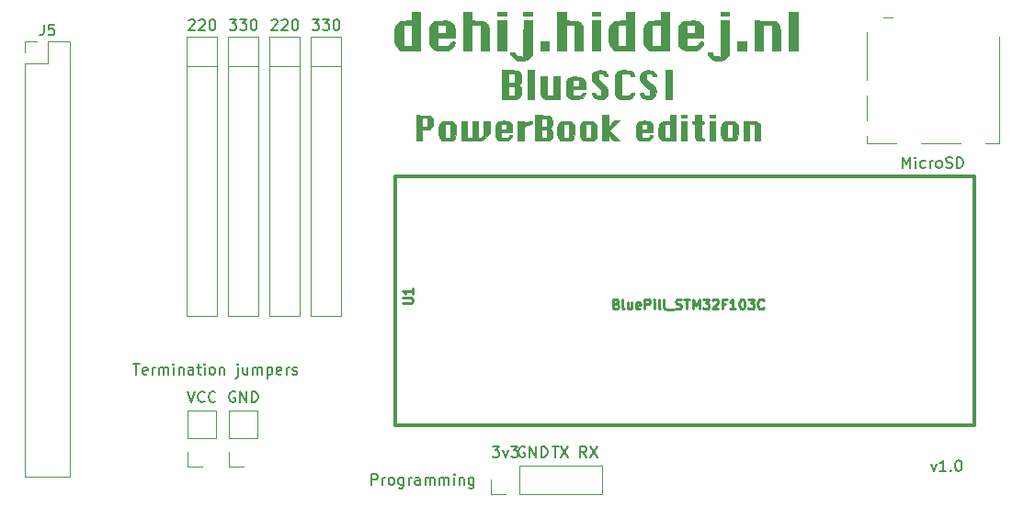
<source format=gbr>
%TF.GenerationSoftware,KiCad,Pcbnew,(5.1.10)-1*%
%TF.CreationDate,2021-06-14T15:07:00+02:00*%
%TF.ProjectId,bluepill_scsi,626c7565-7069-46c6-9c5f-736373692e6b,rev?*%
%TF.SameCoordinates,Original*%
%TF.FileFunction,Legend,Top*%
%TF.FilePolarity,Positive*%
%FSLAX46Y46*%
G04 Gerber Fmt 4.6, Leading zero omitted, Abs format (unit mm)*
G04 Created by KiCad (PCBNEW (5.1.10)-1) date 2021-06-14 15:07:00*
%MOMM*%
%LPD*%
G01*
G04 APERTURE LIST*
%ADD10C,0.150000*%
%ADD11C,0.010000*%
%ADD12C,0.304800*%
%ADD13C,0.120000*%
%ADD14C,0.222250*%
G04 APERTURE END LIST*
D10*
X229711428Y-122975714D02*
X229949523Y-123642380D01*
X230187619Y-122975714D01*
X231092380Y-123642380D02*
X230520952Y-123642380D01*
X230806666Y-123642380D02*
X230806666Y-122642380D01*
X230711428Y-122785238D01*
X230616190Y-122880476D01*
X230520952Y-122928095D01*
X231520952Y-123547142D02*
X231568571Y-123594761D01*
X231520952Y-123642380D01*
X231473333Y-123594761D01*
X231520952Y-123547142D01*
X231520952Y-123642380D01*
X232187619Y-122642380D02*
X232282857Y-122642380D01*
X232378095Y-122690000D01*
X232425714Y-122737619D01*
X232473333Y-122832857D01*
X232520952Y-123023333D01*
X232520952Y-123261428D01*
X232473333Y-123451904D01*
X232425714Y-123547142D01*
X232378095Y-123594761D01*
X232282857Y-123642380D01*
X232187619Y-123642380D01*
X232092380Y-123594761D01*
X232044761Y-123547142D01*
X231997142Y-123451904D01*
X231949523Y-123261428D01*
X231949523Y-123023333D01*
X231997142Y-122832857D01*
X232044761Y-122737619D01*
X232092380Y-122690000D01*
X232187619Y-122642380D01*
X161226666Y-116292380D02*
X161560000Y-117292380D01*
X161893333Y-116292380D01*
X162798095Y-117197142D02*
X162750476Y-117244761D01*
X162607619Y-117292380D01*
X162512380Y-117292380D01*
X162369523Y-117244761D01*
X162274285Y-117149523D01*
X162226666Y-117054285D01*
X162179047Y-116863809D01*
X162179047Y-116720952D01*
X162226666Y-116530476D01*
X162274285Y-116435238D01*
X162369523Y-116340000D01*
X162512380Y-116292380D01*
X162607619Y-116292380D01*
X162750476Y-116340000D01*
X162798095Y-116387619D01*
X163798095Y-117197142D02*
X163750476Y-117244761D01*
X163607619Y-117292380D01*
X163512380Y-117292380D01*
X163369523Y-117244761D01*
X163274285Y-117149523D01*
X163226666Y-117054285D01*
X163179047Y-116863809D01*
X163179047Y-116720952D01*
X163226666Y-116530476D01*
X163274285Y-116435238D01*
X163369523Y-116340000D01*
X163512380Y-116292380D01*
X163607619Y-116292380D01*
X163750476Y-116340000D01*
X163798095Y-116387619D01*
X165608095Y-116340000D02*
X165512857Y-116292380D01*
X165370000Y-116292380D01*
X165227142Y-116340000D01*
X165131904Y-116435238D01*
X165084285Y-116530476D01*
X165036666Y-116720952D01*
X165036666Y-116863809D01*
X165084285Y-117054285D01*
X165131904Y-117149523D01*
X165227142Y-117244761D01*
X165370000Y-117292380D01*
X165465238Y-117292380D01*
X165608095Y-117244761D01*
X165655714Y-117197142D01*
X165655714Y-116863809D01*
X165465238Y-116863809D01*
X166084285Y-117292380D02*
X166084285Y-116292380D01*
X166655714Y-117292380D01*
X166655714Y-116292380D01*
X167131904Y-117292380D02*
X167131904Y-116292380D01*
X167370000Y-116292380D01*
X167512857Y-116340000D01*
X167608095Y-116435238D01*
X167655714Y-116530476D01*
X167703333Y-116720952D01*
X167703333Y-116863809D01*
X167655714Y-117054285D01*
X167608095Y-117149523D01*
X167512857Y-117244761D01*
X167370000Y-117292380D01*
X167131904Y-117292380D01*
X156234761Y-113752380D02*
X156806190Y-113752380D01*
X156520476Y-114752380D02*
X156520476Y-113752380D01*
X157520476Y-114704761D02*
X157425238Y-114752380D01*
X157234761Y-114752380D01*
X157139523Y-114704761D01*
X157091904Y-114609523D01*
X157091904Y-114228571D01*
X157139523Y-114133333D01*
X157234761Y-114085714D01*
X157425238Y-114085714D01*
X157520476Y-114133333D01*
X157568095Y-114228571D01*
X157568095Y-114323809D01*
X157091904Y-114419047D01*
X157996666Y-114752380D02*
X157996666Y-114085714D01*
X157996666Y-114276190D02*
X158044285Y-114180952D01*
X158091904Y-114133333D01*
X158187142Y-114085714D01*
X158282380Y-114085714D01*
X158615714Y-114752380D02*
X158615714Y-114085714D01*
X158615714Y-114180952D02*
X158663333Y-114133333D01*
X158758571Y-114085714D01*
X158901428Y-114085714D01*
X158996666Y-114133333D01*
X159044285Y-114228571D01*
X159044285Y-114752380D01*
X159044285Y-114228571D02*
X159091904Y-114133333D01*
X159187142Y-114085714D01*
X159330000Y-114085714D01*
X159425238Y-114133333D01*
X159472857Y-114228571D01*
X159472857Y-114752380D01*
X159949047Y-114752380D02*
X159949047Y-114085714D01*
X159949047Y-113752380D02*
X159901428Y-113800000D01*
X159949047Y-113847619D01*
X159996666Y-113800000D01*
X159949047Y-113752380D01*
X159949047Y-113847619D01*
X160425238Y-114085714D02*
X160425238Y-114752380D01*
X160425238Y-114180952D02*
X160472857Y-114133333D01*
X160568095Y-114085714D01*
X160710952Y-114085714D01*
X160806190Y-114133333D01*
X160853809Y-114228571D01*
X160853809Y-114752380D01*
X161758571Y-114752380D02*
X161758571Y-114228571D01*
X161710952Y-114133333D01*
X161615714Y-114085714D01*
X161425238Y-114085714D01*
X161330000Y-114133333D01*
X161758571Y-114704761D02*
X161663333Y-114752380D01*
X161425238Y-114752380D01*
X161330000Y-114704761D01*
X161282380Y-114609523D01*
X161282380Y-114514285D01*
X161330000Y-114419047D01*
X161425238Y-114371428D01*
X161663333Y-114371428D01*
X161758571Y-114323809D01*
X162091904Y-114085714D02*
X162472857Y-114085714D01*
X162234761Y-113752380D02*
X162234761Y-114609523D01*
X162282380Y-114704761D01*
X162377619Y-114752380D01*
X162472857Y-114752380D01*
X162806190Y-114752380D02*
X162806190Y-114085714D01*
X162806190Y-113752380D02*
X162758571Y-113800000D01*
X162806190Y-113847619D01*
X162853809Y-113800000D01*
X162806190Y-113752380D01*
X162806190Y-113847619D01*
X163425238Y-114752380D02*
X163330000Y-114704761D01*
X163282380Y-114657142D01*
X163234761Y-114561904D01*
X163234761Y-114276190D01*
X163282380Y-114180952D01*
X163330000Y-114133333D01*
X163425238Y-114085714D01*
X163568095Y-114085714D01*
X163663333Y-114133333D01*
X163710952Y-114180952D01*
X163758571Y-114276190D01*
X163758571Y-114561904D01*
X163710952Y-114657142D01*
X163663333Y-114704761D01*
X163568095Y-114752380D01*
X163425238Y-114752380D01*
X164187142Y-114085714D02*
X164187142Y-114752380D01*
X164187142Y-114180952D02*
X164234761Y-114133333D01*
X164330000Y-114085714D01*
X164472857Y-114085714D01*
X164568095Y-114133333D01*
X164615714Y-114228571D01*
X164615714Y-114752380D01*
X165853809Y-114085714D02*
X165853809Y-114942857D01*
X165806190Y-115038095D01*
X165710952Y-115085714D01*
X165663333Y-115085714D01*
X165853809Y-113752380D02*
X165806190Y-113800000D01*
X165853809Y-113847619D01*
X165901428Y-113800000D01*
X165853809Y-113752380D01*
X165853809Y-113847619D01*
X166758571Y-114085714D02*
X166758571Y-114752380D01*
X166330000Y-114085714D02*
X166330000Y-114609523D01*
X166377619Y-114704761D01*
X166472857Y-114752380D01*
X166615714Y-114752380D01*
X166710952Y-114704761D01*
X166758571Y-114657142D01*
X167234761Y-114752380D02*
X167234761Y-114085714D01*
X167234761Y-114180952D02*
X167282380Y-114133333D01*
X167377619Y-114085714D01*
X167520476Y-114085714D01*
X167615714Y-114133333D01*
X167663333Y-114228571D01*
X167663333Y-114752380D01*
X167663333Y-114228571D02*
X167710952Y-114133333D01*
X167806190Y-114085714D01*
X167949047Y-114085714D01*
X168044285Y-114133333D01*
X168091904Y-114228571D01*
X168091904Y-114752380D01*
X168568095Y-114085714D02*
X168568095Y-115085714D01*
X168568095Y-114133333D02*
X168663333Y-114085714D01*
X168853809Y-114085714D01*
X168949047Y-114133333D01*
X168996666Y-114180952D01*
X169044285Y-114276190D01*
X169044285Y-114561904D01*
X168996666Y-114657142D01*
X168949047Y-114704761D01*
X168853809Y-114752380D01*
X168663333Y-114752380D01*
X168568095Y-114704761D01*
X169853809Y-114704761D02*
X169758571Y-114752380D01*
X169568095Y-114752380D01*
X169472857Y-114704761D01*
X169425238Y-114609523D01*
X169425238Y-114228571D01*
X169472857Y-114133333D01*
X169568095Y-114085714D01*
X169758571Y-114085714D01*
X169853809Y-114133333D01*
X169901428Y-114228571D01*
X169901428Y-114323809D01*
X169425238Y-114419047D01*
X170330000Y-114752380D02*
X170330000Y-114085714D01*
X170330000Y-114276190D02*
X170377619Y-114180952D01*
X170425238Y-114133333D01*
X170520476Y-114085714D01*
X170615714Y-114085714D01*
X170901428Y-114704761D02*
X170996666Y-114752380D01*
X171187142Y-114752380D01*
X171282380Y-114704761D01*
X171330000Y-114609523D01*
X171330000Y-114561904D01*
X171282380Y-114466666D01*
X171187142Y-114419047D01*
X171044285Y-114419047D01*
X170949047Y-114371428D01*
X170901428Y-114276190D01*
X170901428Y-114228571D01*
X170949047Y-114133333D01*
X171044285Y-114085714D01*
X171187142Y-114085714D01*
X171282380Y-114133333D01*
X194818095Y-121372380D02*
X195389523Y-121372380D01*
X195103809Y-122372380D02*
X195103809Y-121372380D01*
X195627619Y-121372380D02*
X196294285Y-122372380D01*
X196294285Y-121372380D02*
X195627619Y-122372380D01*
X197953333Y-122372380D02*
X197620000Y-121896190D01*
X197381904Y-122372380D02*
X197381904Y-121372380D01*
X197762857Y-121372380D01*
X197858095Y-121420000D01*
X197905714Y-121467619D01*
X197953333Y-121562857D01*
X197953333Y-121705714D01*
X197905714Y-121800952D01*
X197858095Y-121848571D01*
X197762857Y-121896190D01*
X197381904Y-121896190D01*
X198286666Y-121372380D02*
X198953333Y-122372380D01*
X198953333Y-121372380D02*
X198286666Y-122372380D01*
X192278095Y-121420000D02*
X192182857Y-121372380D01*
X192040000Y-121372380D01*
X191897142Y-121420000D01*
X191801904Y-121515238D01*
X191754285Y-121610476D01*
X191706666Y-121800952D01*
X191706666Y-121943809D01*
X191754285Y-122134285D01*
X191801904Y-122229523D01*
X191897142Y-122324761D01*
X192040000Y-122372380D01*
X192135238Y-122372380D01*
X192278095Y-122324761D01*
X192325714Y-122277142D01*
X192325714Y-121943809D01*
X192135238Y-121943809D01*
X192754285Y-122372380D02*
X192754285Y-121372380D01*
X193325714Y-122372380D01*
X193325714Y-121372380D01*
X193801904Y-122372380D02*
X193801904Y-121372380D01*
X194040000Y-121372380D01*
X194182857Y-121420000D01*
X194278095Y-121515238D01*
X194325714Y-121610476D01*
X194373333Y-121800952D01*
X194373333Y-121943809D01*
X194325714Y-122134285D01*
X194278095Y-122229523D01*
X194182857Y-122324761D01*
X194040000Y-122372380D01*
X193801904Y-122372380D01*
X189309523Y-121372380D02*
X189928571Y-121372380D01*
X189595238Y-121753333D01*
X189738095Y-121753333D01*
X189833333Y-121800952D01*
X189880952Y-121848571D01*
X189928571Y-121943809D01*
X189928571Y-122181904D01*
X189880952Y-122277142D01*
X189833333Y-122324761D01*
X189738095Y-122372380D01*
X189452380Y-122372380D01*
X189357142Y-122324761D01*
X189309523Y-122277142D01*
X190261904Y-121705714D02*
X190500000Y-122372380D01*
X190738095Y-121705714D01*
X191023809Y-121372380D02*
X191642857Y-121372380D01*
X191309523Y-121753333D01*
X191452380Y-121753333D01*
X191547619Y-121800952D01*
X191595238Y-121848571D01*
X191642857Y-121943809D01*
X191642857Y-122181904D01*
X191595238Y-122277142D01*
X191547619Y-122324761D01*
X191452380Y-122372380D01*
X191166666Y-122372380D01*
X191071428Y-122324761D01*
X191023809Y-122277142D01*
X178165714Y-124912380D02*
X178165714Y-123912380D01*
X178546666Y-123912380D01*
X178641904Y-123960000D01*
X178689523Y-124007619D01*
X178737142Y-124102857D01*
X178737142Y-124245714D01*
X178689523Y-124340952D01*
X178641904Y-124388571D01*
X178546666Y-124436190D01*
X178165714Y-124436190D01*
X179165714Y-124912380D02*
X179165714Y-124245714D01*
X179165714Y-124436190D02*
X179213333Y-124340952D01*
X179260952Y-124293333D01*
X179356190Y-124245714D01*
X179451428Y-124245714D01*
X179927619Y-124912380D02*
X179832380Y-124864761D01*
X179784761Y-124817142D01*
X179737142Y-124721904D01*
X179737142Y-124436190D01*
X179784761Y-124340952D01*
X179832380Y-124293333D01*
X179927619Y-124245714D01*
X180070476Y-124245714D01*
X180165714Y-124293333D01*
X180213333Y-124340952D01*
X180260952Y-124436190D01*
X180260952Y-124721904D01*
X180213333Y-124817142D01*
X180165714Y-124864761D01*
X180070476Y-124912380D01*
X179927619Y-124912380D01*
X181118095Y-124245714D02*
X181118095Y-125055238D01*
X181070476Y-125150476D01*
X181022857Y-125198095D01*
X180927619Y-125245714D01*
X180784761Y-125245714D01*
X180689523Y-125198095D01*
X181118095Y-124864761D02*
X181022857Y-124912380D01*
X180832380Y-124912380D01*
X180737142Y-124864761D01*
X180689523Y-124817142D01*
X180641904Y-124721904D01*
X180641904Y-124436190D01*
X180689523Y-124340952D01*
X180737142Y-124293333D01*
X180832380Y-124245714D01*
X181022857Y-124245714D01*
X181118095Y-124293333D01*
X181594285Y-124912380D02*
X181594285Y-124245714D01*
X181594285Y-124436190D02*
X181641904Y-124340952D01*
X181689523Y-124293333D01*
X181784761Y-124245714D01*
X181880000Y-124245714D01*
X182641904Y-124912380D02*
X182641904Y-124388571D01*
X182594285Y-124293333D01*
X182499047Y-124245714D01*
X182308571Y-124245714D01*
X182213333Y-124293333D01*
X182641904Y-124864761D02*
X182546666Y-124912380D01*
X182308571Y-124912380D01*
X182213333Y-124864761D01*
X182165714Y-124769523D01*
X182165714Y-124674285D01*
X182213333Y-124579047D01*
X182308571Y-124531428D01*
X182546666Y-124531428D01*
X182641904Y-124483809D01*
X183118095Y-124912380D02*
X183118095Y-124245714D01*
X183118095Y-124340952D02*
X183165714Y-124293333D01*
X183260952Y-124245714D01*
X183403809Y-124245714D01*
X183499047Y-124293333D01*
X183546666Y-124388571D01*
X183546666Y-124912380D01*
X183546666Y-124388571D02*
X183594285Y-124293333D01*
X183689523Y-124245714D01*
X183832380Y-124245714D01*
X183927619Y-124293333D01*
X183975238Y-124388571D01*
X183975238Y-124912380D01*
X184451428Y-124912380D02*
X184451428Y-124245714D01*
X184451428Y-124340952D02*
X184499047Y-124293333D01*
X184594285Y-124245714D01*
X184737142Y-124245714D01*
X184832380Y-124293333D01*
X184880000Y-124388571D01*
X184880000Y-124912380D01*
X184880000Y-124388571D02*
X184927619Y-124293333D01*
X185022857Y-124245714D01*
X185165714Y-124245714D01*
X185260952Y-124293333D01*
X185308571Y-124388571D01*
X185308571Y-124912380D01*
X185784761Y-124912380D02*
X185784761Y-124245714D01*
X185784761Y-123912380D02*
X185737142Y-123960000D01*
X185784761Y-124007619D01*
X185832380Y-123960000D01*
X185784761Y-123912380D01*
X185784761Y-124007619D01*
X186260952Y-124245714D02*
X186260952Y-124912380D01*
X186260952Y-124340952D02*
X186308571Y-124293333D01*
X186403809Y-124245714D01*
X186546666Y-124245714D01*
X186641904Y-124293333D01*
X186689523Y-124388571D01*
X186689523Y-124912380D01*
X187594285Y-124245714D02*
X187594285Y-125055238D01*
X187546666Y-125150476D01*
X187499047Y-125198095D01*
X187403809Y-125245714D01*
X187260952Y-125245714D01*
X187165714Y-125198095D01*
X187594285Y-124864761D02*
X187499047Y-124912380D01*
X187308571Y-124912380D01*
X187213333Y-124864761D01*
X187165714Y-124817142D01*
X187118095Y-124721904D01*
X187118095Y-124436190D01*
X187165714Y-124340952D01*
X187213333Y-124293333D01*
X187308571Y-124245714D01*
X187499047Y-124245714D01*
X187594285Y-124293333D01*
X172704285Y-82002380D02*
X173323333Y-82002380D01*
X172990000Y-82383333D01*
X173132857Y-82383333D01*
X173228095Y-82430952D01*
X173275714Y-82478571D01*
X173323333Y-82573809D01*
X173323333Y-82811904D01*
X173275714Y-82907142D01*
X173228095Y-82954761D01*
X173132857Y-83002380D01*
X172847142Y-83002380D01*
X172751904Y-82954761D01*
X172704285Y-82907142D01*
X173656666Y-82002380D02*
X174275714Y-82002380D01*
X173942380Y-82383333D01*
X174085238Y-82383333D01*
X174180476Y-82430952D01*
X174228095Y-82478571D01*
X174275714Y-82573809D01*
X174275714Y-82811904D01*
X174228095Y-82907142D01*
X174180476Y-82954761D01*
X174085238Y-83002380D01*
X173799523Y-83002380D01*
X173704285Y-82954761D01*
X173656666Y-82907142D01*
X174894761Y-82002380D02*
X174990000Y-82002380D01*
X175085238Y-82050000D01*
X175132857Y-82097619D01*
X175180476Y-82192857D01*
X175228095Y-82383333D01*
X175228095Y-82621428D01*
X175180476Y-82811904D01*
X175132857Y-82907142D01*
X175085238Y-82954761D01*
X174990000Y-83002380D01*
X174894761Y-83002380D01*
X174799523Y-82954761D01*
X174751904Y-82907142D01*
X174704285Y-82811904D01*
X174656666Y-82621428D01*
X174656666Y-82383333D01*
X174704285Y-82192857D01*
X174751904Y-82097619D01*
X174799523Y-82050000D01*
X174894761Y-82002380D01*
X168941904Y-82097619D02*
X168989523Y-82050000D01*
X169084761Y-82002380D01*
X169322857Y-82002380D01*
X169418095Y-82050000D01*
X169465714Y-82097619D01*
X169513333Y-82192857D01*
X169513333Y-82288095D01*
X169465714Y-82430952D01*
X168894285Y-83002380D01*
X169513333Y-83002380D01*
X169894285Y-82097619D02*
X169941904Y-82050000D01*
X170037142Y-82002380D01*
X170275238Y-82002380D01*
X170370476Y-82050000D01*
X170418095Y-82097619D01*
X170465714Y-82192857D01*
X170465714Y-82288095D01*
X170418095Y-82430952D01*
X169846666Y-83002380D01*
X170465714Y-83002380D01*
X171084761Y-82002380D02*
X171180000Y-82002380D01*
X171275238Y-82050000D01*
X171322857Y-82097619D01*
X171370476Y-82192857D01*
X171418095Y-82383333D01*
X171418095Y-82621428D01*
X171370476Y-82811904D01*
X171322857Y-82907142D01*
X171275238Y-82954761D01*
X171180000Y-83002380D01*
X171084761Y-83002380D01*
X170989523Y-82954761D01*
X170941904Y-82907142D01*
X170894285Y-82811904D01*
X170846666Y-82621428D01*
X170846666Y-82383333D01*
X170894285Y-82192857D01*
X170941904Y-82097619D01*
X170989523Y-82050000D01*
X171084761Y-82002380D01*
X165084285Y-82002380D02*
X165703333Y-82002380D01*
X165370000Y-82383333D01*
X165512857Y-82383333D01*
X165608095Y-82430952D01*
X165655714Y-82478571D01*
X165703333Y-82573809D01*
X165703333Y-82811904D01*
X165655714Y-82907142D01*
X165608095Y-82954761D01*
X165512857Y-83002380D01*
X165227142Y-83002380D01*
X165131904Y-82954761D01*
X165084285Y-82907142D01*
X166036666Y-82002380D02*
X166655714Y-82002380D01*
X166322380Y-82383333D01*
X166465238Y-82383333D01*
X166560476Y-82430952D01*
X166608095Y-82478571D01*
X166655714Y-82573809D01*
X166655714Y-82811904D01*
X166608095Y-82907142D01*
X166560476Y-82954761D01*
X166465238Y-83002380D01*
X166179523Y-83002380D01*
X166084285Y-82954761D01*
X166036666Y-82907142D01*
X167274761Y-82002380D02*
X167370000Y-82002380D01*
X167465238Y-82050000D01*
X167512857Y-82097619D01*
X167560476Y-82192857D01*
X167608095Y-82383333D01*
X167608095Y-82621428D01*
X167560476Y-82811904D01*
X167512857Y-82907142D01*
X167465238Y-82954761D01*
X167370000Y-83002380D01*
X167274761Y-83002380D01*
X167179523Y-82954761D01*
X167131904Y-82907142D01*
X167084285Y-82811904D01*
X167036666Y-82621428D01*
X167036666Y-82383333D01*
X167084285Y-82192857D01*
X167131904Y-82097619D01*
X167179523Y-82050000D01*
X167274761Y-82002380D01*
X161321904Y-82097619D02*
X161369523Y-82050000D01*
X161464761Y-82002380D01*
X161702857Y-82002380D01*
X161798095Y-82050000D01*
X161845714Y-82097619D01*
X161893333Y-82192857D01*
X161893333Y-82288095D01*
X161845714Y-82430952D01*
X161274285Y-83002380D01*
X161893333Y-83002380D01*
X162274285Y-82097619D02*
X162321904Y-82050000D01*
X162417142Y-82002380D01*
X162655238Y-82002380D01*
X162750476Y-82050000D01*
X162798095Y-82097619D01*
X162845714Y-82192857D01*
X162845714Y-82288095D01*
X162798095Y-82430952D01*
X162226666Y-83002380D01*
X162845714Y-83002380D01*
X163464761Y-82002380D02*
X163560000Y-82002380D01*
X163655238Y-82050000D01*
X163702857Y-82097619D01*
X163750476Y-82192857D01*
X163798095Y-82383333D01*
X163798095Y-82621428D01*
X163750476Y-82811904D01*
X163702857Y-82907142D01*
X163655238Y-82954761D01*
X163560000Y-83002380D01*
X163464761Y-83002380D01*
X163369523Y-82954761D01*
X163321904Y-82907142D01*
X163274285Y-82811904D01*
X163226666Y-82621428D01*
X163226666Y-82383333D01*
X163274285Y-82192857D01*
X163321904Y-82097619D01*
X163369523Y-82050000D01*
X163464761Y-82002380D01*
D11*
%TO.C,G\u002A\u002A\u002A*%
G36*
X182925694Y-90854867D02*
G01*
X183564054Y-90868500D01*
X183708860Y-91026628D01*
X183782768Y-91112488D01*
X183826006Y-91187345D01*
X183846764Y-91278417D01*
X183853232Y-91412922D01*
X183853667Y-91507859D01*
X183851861Y-91673299D01*
X183840381Y-91781037D01*
X183810138Y-91858035D01*
X183752041Y-91931253D01*
X183689314Y-91995314D01*
X183605262Y-92076389D01*
X183536119Y-92125140D01*
X183456475Y-92149790D01*
X183340920Y-92158559D01*
X183181314Y-92159667D01*
X182837667Y-92159667D01*
X182837667Y-93218000D01*
X182287334Y-93218000D01*
X182287334Y-91101333D01*
X182837667Y-91101333D01*
X182837667Y-91905667D01*
X183345667Y-91905667D01*
X183345667Y-91101333D01*
X182837667Y-91101333D01*
X182287334Y-91101333D01*
X182287334Y-90841233D01*
X182925694Y-90854867D01*
G37*
X182925694Y-90854867D02*
X183564054Y-90868500D01*
X183708860Y-91026628D01*
X183782768Y-91112488D01*
X183826006Y-91187345D01*
X183846764Y-91278417D01*
X183853232Y-91412922D01*
X183853667Y-91507859D01*
X183851861Y-91673299D01*
X183840381Y-91781037D01*
X183810138Y-91858035D01*
X183752041Y-91931253D01*
X183689314Y-91995314D01*
X183605262Y-92076389D01*
X183536119Y-92125140D01*
X183456475Y-92149790D01*
X183340920Y-92158559D01*
X183181314Y-92159667D01*
X182837667Y-92159667D01*
X182837667Y-93218000D01*
X182287334Y-93218000D01*
X182287334Y-91101333D01*
X182837667Y-91101333D01*
X182837667Y-91905667D01*
X183345667Y-91905667D01*
X183345667Y-91101333D01*
X182837667Y-91101333D01*
X182287334Y-91101333D01*
X182287334Y-90841233D01*
X182925694Y-90854867D01*
G36*
X185763647Y-91562019D02*
G01*
X185928000Y-91726372D01*
X185928000Y-92283788D01*
X185922250Y-92588905D01*
X185899248Y-92819913D01*
X185850369Y-92986928D01*
X185766987Y-93100068D01*
X185640476Y-93169450D01*
X185462210Y-93205191D01*
X185223564Y-93217407D01*
X185131478Y-93218000D01*
X184930334Y-93215639D01*
X184793557Y-93206316D01*
X184700927Y-93186671D01*
X184632219Y-93153344D01*
X184599363Y-93129595D01*
X184501588Y-93039072D01*
X184434059Y-92936325D01*
X184391663Y-92804152D01*
X184369288Y-92625348D01*
X184361822Y-92382711D01*
X184361667Y-92329742D01*
X184370718Y-92023443D01*
X184403491Y-91790838D01*
X184457117Y-91651667D01*
X184912000Y-91651667D01*
X184912000Y-92964000D01*
X185420000Y-92964000D01*
X185420000Y-91651667D01*
X184912000Y-91651667D01*
X184457117Y-91651667D01*
X184468415Y-91622348D01*
X184573916Y-91508391D01*
X184728425Y-91439389D01*
X184940368Y-91405762D01*
X185181564Y-91397825D01*
X185599294Y-91397667D01*
X185763647Y-91562019D01*
G37*
X185763647Y-91562019D02*
X185928000Y-91726372D01*
X185928000Y-92283788D01*
X185922250Y-92588905D01*
X185899248Y-92819913D01*
X185850369Y-92986928D01*
X185766987Y-93100068D01*
X185640476Y-93169450D01*
X185462210Y-93205191D01*
X185223564Y-93217407D01*
X185131478Y-93218000D01*
X184930334Y-93215639D01*
X184793557Y-93206316D01*
X184700927Y-93186671D01*
X184632219Y-93153344D01*
X184599363Y-93129595D01*
X184501588Y-93039072D01*
X184434059Y-92936325D01*
X184391663Y-92804152D01*
X184369288Y-92625348D01*
X184361822Y-92382711D01*
X184361667Y-92329742D01*
X184370718Y-92023443D01*
X184403491Y-91790838D01*
X184457117Y-91651667D01*
X184912000Y-91651667D01*
X184912000Y-92964000D01*
X185420000Y-92964000D01*
X185420000Y-91651667D01*
X184912000Y-91651667D01*
X184457117Y-91651667D01*
X184468415Y-91622348D01*
X184573916Y-91508391D01*
X184728425Y-91439389D01*
X184940368Y-91405762D01*
X185181564Y-91397825D01*
X185599294Y-91397667D01*
X185763647Y-91562019D01*
G36*
X186986334Y-92964000D02*
G01*
X187494334Y-92964000D01*
X187494334Y-91397667D01*
X188002334Y-91397667D01*
X188002334Y-92964000D01*
X188121029Y-92964000D01*
X188255319Y-92922370D01*
X188375029Y-92824401D01*
X188510334Y-92684802D01*
X188510334Y-91397667D01*
X189060667Y-91397667D01*
X189060667Y-92521369D01*
X188710533Y-92869684D01*
X188360398Y-93218000D01*
X186436000Y-93218000D01*
X186436000Y-91397667D01*
X186986334Y-91397667D01*
X186986334Y-92964000D01*
G37*
X186986334Y-92964000D02*
X187494334Y-92964000D01*
X187494334Y-91397667D01*
X188002334Y-91397667D01*
X188002334Y-92964000D01*
X188121029Y-92964000D01*
X188255319Y-92922370D01*
X188375029Y-92824401D01*
X188510334Y-92684802D01*
X188510334Y-91397667D01*
X189060667Y-91397667D01*
X189060667Y-92521369D01*
X188710533Y-92869684D01*
X188360398Y-93218000D01*
X186436000Y-93218000D01*
X186436000Y-91397667D01*
X186986334Y-91397667D01*
X186986334Y-92964000D01*
G36*
X190627774Y-91373622D02*
G01*
X190839959Y-91432818D01*
X190989241Y-91539826D01*
X191082868Y-91701396D01*
X191128088Y-91924275D01*
X191135000Y-92090580D01*
X191135000Y-92413667D01*
X190119000Y-92413667D01*
X190119000Y-92921667D01*
X190415334Y-92921667D01*
X190585682Y-92916722D01*
X190695584Y-92898360D01*
X190768869Y-92861283D01*
X190796334Y-92837000D01*
X190858487Y-92761184D01*
X190881000Y-92710000D01*
X190917786Y-92680276D01*
X191006420Y-92667670D01*
X191008000Y-92667667D01*
X191101580Y-92681455D01*
X191134044Y-92731497D01*
X191135000Y-92749085D01*
X191101614Y-92850517D01*
X191015983Y-92968610D01*
X190899901Y-93078954D01*
X190775161Y-93157139D01*
X190767920Y-93160256D01*
X190607631Y-93201085D01*
X190404607Y-93217305D01*
X190192577Y-93209561D01*
X190005270Y-93178496D01*
X189908177Y-93143851D01*
X189784023Y-93056500D01*
X189675059Y-92940678D01*
X189664761Y-92925989D01*
X189622735Y-92854858D01*
X189595031Y-92778813D01*
X189578747Y-92678658D01*
X189570984Y-92535198D01*
X189568841Y-92329235D01*
X189568825Y-92290989D01*
X189571041Y-92067881D01*
X189579207Y-91910467D01*
X189595856Y-91799847D01*
X189623520Y-91717117D01*
X189653105Y-91661863D01*
X189661134Y-91651667D01*
X190119000Y-91651667D01*
X190119000Y-92159667D01*
X190584667Y-92159667D01*
X190584667Y-91651667D01*
X190119000Y-91651667D01*
X189661134Y-91651667D01*
X189768040Y-91515908D01*
X189911911Y-91421232D01*
X190101787Y-91370281D01*
X190345436Y-91355491D01*
X190627774Y-91373622D01*
G37*
X190627774Y-91373622D02*
X190839959Y-91432818D01*
X190989241Y-91539826D01*
X191082868Y-91701396D01*
X191128088Y-91924275D01*
X191135000Y-92090580D01*
X191135000Y-92413667D01*
X190119000Y-92413667D01*
X190119000Y-92921667D01*
X190415334Y-92921667D01*
X190585682Y-92916722D01*
X190695584Y-92898360D01*
X190768869Y-92861283D01*
X190796334Y-92837000D01*
X190858487Y-92761184D01*
X190881000Y-92710000D01*
X190917786Y-92680276D01*
X191006420Y-92667670D01*
X191008000Y-92667667D01*
X191101580Y-92681455D01*
X191134044Y-92731497D01*
X191135000Y-92749085D01*
X191101614Y-92850517D01*
X191015983Y-92968610D01*
X190899901Y-93078954D01*
X190775161Y-93157139D01*
X190767920Y-93160256D01*
X190607631Y-93201085D01*
X190404607Y-93217305D01*
X190192577Y-93209561D01*
X190005270Y-93178496D01*
X189908177Y-93143851D01*
X189784023Y-93056500D01*
X189675059Y-92940678D01*
X189664761Y-92925989D01*
X189622735Y-92854858D01*
X189595031Y-92778813D01*
X189578747Y-92678658D01*
X189570984Y-92535198D01*
X189568841Y-92329235D01*
X189568825Y-92290989D01*
X189571041Y-92067881D01*
X189579207Y-91910467D01*
X189595856Y-91799847D01*
X189623520Y-91717117D01*
X189653105Y-91661863D01*
X189661134Y-91651667D01*
X190119000Y-91651667D01*
X190119000Y-92159667D01*
X190584667Y-92159667D01*
X190584667Y-91651667D01*
X190119000Y-91651667D01*
X189661134Y-91651667D01*
X189768040Y-91515908D01*
X189911911Y-91421232D01*
X190101787Y-91370281D01*
X190345436Y-91355491D01*
X190627774Y-91373622D01*
G36*
X192955334Y-91513359D02*
G01*
X192946957Y-91596085D01*
X192906028Y-91639254D01*
X192808851Y-91664135D01*
X192782502Y-91668482D01*
X192640589Y-91705106D01*
X192476534Y-91766696D01*
X192401502Y-91801606D01*
X192193334Y-91907093D01*
X192193334Y-93218000D01*
X191643000Y-93218000D01*
X191643000Y-91397667D01*
X191918167Y-91397667D01*
X192066070Y-91399497D01*
X192148449Y-91409934D01*
X192184437Y-91436397D01*
X192193167Y-91486305D01*
X192193334Y-91504360D01*
X192193334Y-91611054D01*
X192365562Y-91523189D01*
X192519209Y-91462845D01*
X192694418Y-91418556D01*
X192746562Y-91410599D01*
X192955334Y-91385873D01*
X192955334Y-91513359D01*
G37*
X192955334Y-91513359D02*
X192946957Y-91596085D01*
X192906028Y-91639254D01*
X192808851Y-91664135D01*
X192782502Y-91668482D01*
X192640589Y-91705106D01*
X192476534Y-91766696D01*
X192401502Y-91801606D01*
X192193334Y-91907093D01*
X192193334Y-93218000D01*
X191643000Y-93218000D01*
X191643000Y-91397667D01*
X191918167Y-91397667D01*
X192066070Y-91399497D01*
X192148449Y-91409934D01*
X192184437Y-91436397D01*
X192193167Y-91486305D01*
X192193334Y-91504360D01*
X192193334Y-91611054D01*
X192365562Y-91523189D01*
X192519209Y-91462845D01*
X192694418Y-91418556D01*
X192746562Y-91410599D01*
X192955334Y-91385873D01*
X192955334Y-91513359D01*
G36*
X193770250Y-90847569D02*
G01*
X194093011Y-90853844D01*
X194341452Y-90876266D01*
X194525298Y-90920727D01*
X194654273Y-90993117D01*
X194738102Y-91099329D01*
X194786507Y-91245254D01*
X194809214Y-91436784D01*
X194811406Y-91478374D01*
X194816596Y-91649170D01*
X194809839Y-91760658D01*
X194786094Y-91837918D01*
X194740319Y-91906026D01*
X194720735Y-91929357D01*
X194615157Y-92052097D01*
X194716579Y-92172630D01*
X194774768Y-92257306D01*
X194805765Y-92354546D01*
X194817197Y-92494163D01*
X194818000Y-92569133D01*
X194798925Y-92804633D01*
X194737342Y-92978308D01*
X194626712Y-93104982D01*
X194562314Y-93148762D01*
X194495628Y-93177895D01*
X194401343Y-93197948D01*
X194264676Y-93210355D01*
X194070848Y-93216549D01*
X193848385Y-93218000D01*
X193251667Y-93218000D01*
X193251667Y-92968225D01*
X193802000Y-92968225D01*
X194288834Y-92942833D01*
X194288834Y-92180833D01*
X193802000Y-92155441D01*
X193802000Y-92968225D01*
X193251667Y-92968225D01*
X193251667Y-91143667D01*
X193802000Y-91143667D01*
X193802000Y-91905667D01*
X194310000Y-91905667D01*
X194310000Y-91143667D01*
X193802000Y-91143667D01*
X193251667Y-91143667D01*
X193251667Y-90847333D01*
X193770250Y-90847569D01*
G37*
X193770250Y-90847569D02*
X194093011Y-90853844D01*
X194341452Y-90876266D01*
X194525298Y-90920727D01*
X194654273Y-90993117D01*
X194738102Y-91099329D01*
X194786507Y-91245254D01*
X194809214Y-91436784D01*
X194811406Y-91478374D01*
X194816596Y-91649170D01*
X194809839Y-91760658D01*
X194786094Y-91837918D01*
X194740319Y-91906026D01*
X194720735Y-91929357D01*
X194615157Y-92052097D01*
X194716579Y-92172630D01*
X194774768Y-92257306D01*
X194805765Y-92354546D01*
X194817197Y-92494163D01*
X194818000Y-92569133D01*
X194798925Y-92804633D01*
X194737342Y-92978308D01*
X194626712Y-93104982D01*
X194562314Y-93148762D01*
X194495628Y-93177895D01*
X194401343Y-93197948D01*
X194264676Y-93210355D01*
X194070848Y-93216549D01*
X193848385Y-93218000D01*
X193251667Y-93218000D01*
X193251667Y-92968225D01*
X193802000Y-92968225D01*
X194288834Y-92942833D01*
X194288834Y-92180833D01*
X193802000Y-92155441D01*
X193802000Y-92968225D01*
X193251667Y-92968225D01*
X193251667Y-91143667D01*
X193802000Y-91143667D01*
X193802000Y-91905667D01*
X194310000Y-91905667D01*
X194310000Y-91143667D01*
X193802000Y-91143667D01*
X193251667Y-91143667D01*
X193251667Y-90847333D01*
X193770250Y-90847569D01*
G36*
X196685647Y-91562019D02*
G01*
X196850000Y-91726372D01*
X196850000Y-92283788D01*
X196844250Y-92588905D01*
X196821248Y-92819913D01*
X196772369Y-92986928D01*
X196688987Y-93100068D01*
X196562476Y-93169450D01*
X196384210Y-93205191D01*
X196145564Y-93217407D01*
X196053478Y-93218000D01*
X195852334Y-93215639D01*
X195715557Y-93206316D01*
X195622927Y-93186671D01*
X195554219Y-93153344D01*
X195521363Y-93129595D01*
X195423588Y-93039072D01*
X195356059Y-92936325D01*
X195313663Y-92804152D01*
X195291288Y-92625348D01*
X195283822Y-92382711D01*
X195283667Y-92329742D01*
X195292718Y-92023443D01*
X195325491Y-91790838D01*
X195379117Y-91651667D01*
X195834000Y-91651667D01*
X195834000Y-92964000D01*
X196342000Y-92964000D01*
X196342000Y-91651667D01*
X195834000Y-91651667D01*
X195379117Y-91651667D01*
X195390415Y-91622348D01*
X195495916Y-91508391D01*
X195650425Y-91439389D01*
X195862368Y-91405762D01*
X196103564Y-91397825D01*
X196521294Y-91397667D01*
X196685647Y-91562019D01*
G37*
X196685647Y-91562019D02*
X196850000Y-91726372D01*
X196850000Y-92283788D01*
X196844250Y-92588905D01*
X196821248Y-92819913D01*
X196772369Y-92986928D01*
X196688987Y-93100068D01*
X196562476Y-93169450D01*
X196384210Y-93205191D01*
X196145564Y-93217407D01*
X196053478Y-93218000D01*
X195852334Y-93215639D01*
X195715557Y-93206316D01*
X195622927Y-93186671D01*
X195554219Y-93153344D01*
X195521363Y-93129595D01*
X195423588Y-93039072D01*
X195356059Y-92936325D01*
X195313663Y-92804152D01*
X195291288Y-92625348D01*
X195283822Y-92382711D01*
X195283667Y-92329742D01*
X195292718Y-92023443D01*
X195325491Y-91790838D01*
X195379117Y-91651667D01*
X195834000Y-91651667D01*
X195834000Y-92964000D01*
X196342000Y-92964000D01*
X196342000Y-91651667D01*
X195834000Y-91651667D01*
X195379117Y-91651667D01*
X195390415Y-91622348D01*
X195495916Y-91508391D01*
X195650425Y-91439389D01*
X195862368Y-91405762D01*
X196103564Y-91397825D01*
X196521294Y-91397667D01*
X196685647Y-91562019D01*
G36*
X198759981Y-91562019D02*
G01*
X198924334Y-91726372D01*
X198924334Y-92283788D01*
X198918583Y-92588905D01*
X198895581Y-92819913D01*
X198846702Y-92986928D01*
X198763320Y-93100068D01*
X198636809Y-93169450D01*
X198458544Y-93205191D01*
X198219897Y-93217407D01*
X198127811Y-93218000D01*
X197926667Y-93215639D01*
X197789891Y-93206316D01*
X197697260Y-93186671D01*
X197628553Y-93153344D01*
X197595697Y-93129595D01*
X197497922Y-93039072D01*
X197430393Y-92936325D01*
X197387997Y-92804152D01*
X197365622Y-92625348D01*
X197358155Y-92382711D01*
X197358000Y-92329742D01*
X197367052Y-92023443D01*
X197399825Y-91790838D01*
X197453450Y-91651667D01*
X197908334Y-91651667D01*
X197908334Y-92964000D01*
X198416334Y-92964000D01*
X198416334Y-91651667D01*
X197908334Y-91651667D01*
X197453450Y-91651667D01*
X197464748Y-91622348D01*
X197570250Y-91508391D01*
X197724758Y-91439389D01*
X197936702Y-91405762D01*
X198177897Y-91397825D01*
X198595628Y-91397667D01*
X198759981Y-91562019D01*
G37*
X198759981Y-91562019D02*
X198924334Y-91726372D01*
X198924334Y-92283788D01*
X198918583Y-92588905D01*
X198895581Y-92819913D01*
X198846702Y-92986928D01*
X198763320Y-93100068D01*
X198636809Y-93169450D01*
X198458544Y-93205191D01*
X198219897Y-93217407D01*
X198127811Y-93218000D01*
X197926667Y-93215639D01*
X197789891Y-93206316D01*
X197697260Y-93186671D01*
X197628553Y-93153344D01*
X197595697Y-93129595D01*
X197497922Y-93039072D01*
X197430393Y-92936325D01*
X197387997Y-92804152D01*
X197365622Y-92625348D01*
X197358155Y-92382711D01*
X197358000Y-92329742D01*
X197367052Y-92023443D01*
X197399825Y-91790838D01*
X197453450Y-91651667D01*
X197908334Y-91651667D01*
X197908334Y-92964000D01*
X198416334Y-92964000D01*
X198416334Y-91651667D01*
X197908334Y-91651667D01*
X197453450Y-91651667D01*
X197464748Y-91622348D01*
X197570250Y-91508391D01*
X197724758Y-91439389D01*
X197936702Y-91405762D01*
X198177897Y-91397825D01*
X198595628Y-91397667D01*
X198759981Y-91562019D01*
G36*
X199982667Y-91882054D02*
G01*
X200248389Y-91618694D01*
X200514111Y-91355333D01*
X201018390Y-91355333D01*
X200089944Y-92286667D01*
X200554167Y-92752333D01*
X201018390Y-93218000D01*
X200455437Y-93218000D01*
X199982667Y-92695572D01*
X199982667Y-93218000D01*
X199432334Y-93218000D01*
X199432334Y-90847333D01*
X199982667Y-90847333D01*
X199982667Y-91882054D01*
G37*
X199982667Y-91882054D02*
X200248389Y-91618694D01*
X200514111Y-91355333D01*
X201018390Y-91355333D01*
X200089944Y-92286667D01*
X200554167Y-92752333D01*
X201018390Y-93218000D01*
X200455437Y-93218000D01*
X199982667Y-92695572D01*
X199982667Y-93218000D01*
X199432334Y-93218000D01*
X199432334Y-90847333D01*
X199982667Y-90847333D01*
X199982667Y-91882054D01*
G36*
X203581774Y-91373622D02*
G01*
X203793959Y-91432818D01*
X203943241Y-91539826D01*
X204036868Y-91701396D01*
X204082088Y-91924275D01*
X204089000Y-92090580D01*
X204089000Y-92413667D01*
X203073000Y-92413667D01*
X203073000Y-92921667D01*
X203369334Y-92921667D01*
X203539682Y-92916722D01*
X203649584Y-92898360D01*
X203722869Y-92861283D01*
X203750334Y-92837000D01*
X203812487Y-92761184D01*
X203835000Y-92710000D01*
X203871786Y-92680276D01*
X203960420Y-92667670D01*
X203962000Y-92667667D01*
X204055580Y-92681455D01*
X204088044Y-92731497D01*
X204089000Y-92749085D01*
X204055614Y-92850517D01*
X203969983Y-92968610D01*
X203853901Y-93078954D01*
X203729161Y-93157139D01*
X203721920Y-93160256D01*
X203561631Y-93201085D01*
X203358607Y-93217305D01*
X203146577Y-93209561D01*
X202959270Y-93178496D01*
X202862177Y-93143851D01*
X202738023Y-93056500D01*
X202629059Y-92940678D01*
X202618761Y-92925989D01*
X202576735Y-92854858D01*
X202549031Y-92778813D01*
X202532747Y-92678658D01*
X202524984Y-92535198D01*
X202522841Y-92329235D01*
X202522825Y-92290989D01*
X202525041Y-92067881D01*
X202533207Y-91910467D01*
X202549856Y-91799847D01*
X202577520Y-91717117D01*
X202607105Y-91661863D01*
X202615134Y-91651667D01*
X203073000Y-91651667D01*
X203073000Y-92159667D01*
X203538667Y-92159667D01*
X203538667Y-91651667D01*
X203073000Y-91651667D01*
X202615134Y-91651667D01*
X202722040Y-91515908D01*
X202865911Y-91421232D01*
X203055787Y-91370281D01*
X203299436Y-91355491D01*
X203581774Y-91373622D01*
G37*
X203581774Y-91373622D02*
X203793959Y-91432818D01*
X203943241Y-91539826D01*
X204036868Y-91701396D01*
X204082088Y-91924275D01*
X204089000Y-92090580D01*
X204089000Y-92413667D01*
X203073000Y-92413667D01*
X203073000Y-92921667D01*
X203369334Y-92921667D01*
X203539682Y-92916722D01*
X203649584Y-92898360D01*
X203722869Y-92861283D01*
X203750334Y-92837000D01*
X203812487Y-92761184D01*
X203835000Y-92710000D01*
X203871786Y-92680276D01*
X203960420Y-92667670D01*
X203962000Y-92667667D01*
X204055580Y-92681455D01*
X204088044Y-92731497D01*
X204089000Y-92749085D01*
X204055614Y-92850517D01*
X203969983Y-92968610D01*
X203853901Y-93078954D01*
X203729161Y-93157139D01*
X203721920Y-93160256D01*
X203561631Y-93201085D01*
X203358607Y-93217305D01*
X203146577Y-93209561D01*
X202959270Y-93178496D01*
X202862177Y-93143851D01*
X202738023Y-93056500D01*
X202629059Y-92940678D01*
X202618761Y-92925989D01*
X202576735Y-92854858D01*
X202549031Y-92778813D01*
X202532747Y-92678658D01*
X202524984Y-92535198D01*
X202522841Y-92329235D01*
X202522825Y-92290989D01*
X202525041Y-92067881D01*
X202533207Y-91910467D01*
X202549856Y-91799847D01*
X202577520Y-91717117D01*
X202607105Y-91661863D01*
X202615134Y-91651667D01*
X203073000Y-91651667D01*
X203073000Y-92159667D01*
X203538667Y-92159667D01*
X203538667Y-91651667D01*
X203073000Y-91651667D01*
X202615134Y-91651667D01*
X202722040Y-91515908D01*
X202865911Y-91421232D01*
X203055787Y-91370281D01*
X203299436Y-91355491D01*
X203581774Y-91373622D01*
G36*
X206163334Y-93218000D02*
G01*
X205581250Y-93217721D01*
X205339726Y-93216125D01*
X205166707Y-93210371D01*
X205046063Y-93198601D01*
X204961665Y-93178961D01*
X204897383Y-93149594D01*
X204876613Y-93136649D01*
X204763759Y-93051483D01*
X204684922Y-92958651D01*
X204634958Y-92841929D01*
X204608722Y-92685093D01*
X204601071Y-92471917D01*
X204604108Y-92277160D01*
X204612193Y-92048932D01*
X204623744Y-91888267D01*
X204641429Y-91778064D01*
X204667918Y-91701222D01*
X204698506Y-91651667D01*
X205147334Y-91651667D01*
X205147334Y-92964000D01*
X205655334Y-92964000D01*
X205655334Y-91651667D01*
X205147334Y-91651667D01*
X204698506Y-91651667D01*
X204702834Y-91644656D01*
X204814714Y-91523256D01*
X204944328Y-91447307D01*
X205113444Y-91408289D01*
X205333782Y-91397667D01*
X205655334Y-91397667D01*
X205655334Y-90847333D01*
X206163334Y-90847333D01*
X206163334Y-93218000D01*
G37*
X206163334Y-93218000D02*
X205581250Y-93217721D01*
X205339726Y-93216125D01*
X205166707Y-93210371D01*
X205046063Y-93198601D01*
X204961665Y-93178961D01*
X204897383Y-93149594D01*
X204876613Y-93136649D01*
X204763759Y-93051483D01*
X204684922Y-92958651D01*
X204634958Y-92841929D01*
X204608722Y-92685093D01*
X204601071Y-92471917D01*
X204604108Y-92277160D01*
X204612193Y-92048932D01*
X204623744Y-91888267D01*
X204641429Y-91778064D01*
X204667918Y-91701222D01*
X204698506Y-91651667D01*
X205147334Y-91651667D01*
X205147334Y-92964000D01*
X205655334Y-92964000D01*
X205655334Y-91651667D01*
X205147334Y-91651667D01*
X204698506Y-91651667D01*
X204702834Y-91644656D01*
X204814714Y-91523256D01*
X204944328Y-91447307D01*
X205113444Y-91408289D01*
X205333782Y-91397667D01*
X205655334Y-91397667D01*
X205655334Y-90847333D01*
X206163334Y-90847333D01*
X206163334Y-93218000D01*
G36*
X207221667Y-93218000D02*
G01*
X206671334Y-93218000D01*
X206671334Y-91397667D01*
X207221667Y-91397667D01*
X207221667Y-93218000D01*
G37*
X207221667Y-93218000D02*
X206671334Y-93218000D01*
X206671334Y-91397667D01*
X207221667Y-91397667D01*
X207221667Y-93218000D01*
G36*
X208534000Y-91397667D02*
G01*
X208661000Y-91397667D01*
X208750954Y-91408156D01*
X208784109Y-91457636D01*
X208788000Y-91524667D01*
X208777511Y-91614621D01*
X208728030Y-91647776D01*
X208661000Y-91651667D01*
X208534000Y-91651667D01*
X208534000Y-92964000D01*
X208661000Y-92964000D01*
X208750954Y-92974489D01*
X208784109Y-93023970D01*
X208788000Y-93091000D01*
X208788000Y-93218000D01*
X208477879Y-93218000D01*
X208309997Y-93214507D01*
X208202377Y-93200091D01*
X208130763Y-93168840D01*
X208075713Y-93120021D01*
X208041287Y-93078515D01*
X208016699Y-93029592D01*
X208000301Y-92959253D01*
X207990450Y-92853502D01*
X207985501Y-92698341D01*
X207983807Y-92479771D01*
X207983667Y-92336855D01*
X207983667Y-91651667D01*
X207856667Y-91651667D01*
X207766713Y-91641177D01*
X207733558Y-91591697D01*
X207729667Y-91524667D01*
X207740156Y-91434712D01*
X207789637Y-91401557D01*
X207856667Y-91397667D01*
X207983667Y-91397667D01*
X207983667Y-90847333D01*
X208534000Y-90847333D01*
X208534000Y-91397667D01*
G37*
X208534000Y-91397667D02*
X208661000Y-91397667D01*
X208750954Y-91408156D01*
X208784109Y-91457636D01*
X208788000Y-91524667D01*
X208777511Y-91614621D01*
X208728030Y-91647776D01*
X208661000Y-91651667D01*
X208534000Y-91651667D01*
X208534000Y-92964000D01*
X208661000Y-92964000D01*
X208750954Y-92974489D01*
X208784109Y-93023970D01*
X208788000Y-93091000D01*
X208788000Y-93218000D01*
X208477879Y-93218000D01*
X208309997Y-93214507D01*
X208202377Y-93200091D01*
X208130763Y-93168840D01*
X208075713Y-93120021D01*
X208041287Y-93078515D01*
X208016699Y-93029592D01*
X208000301Y-92959253D01*
X207990450Y-92853502D01*
X207985501Y-92698341D01*
X207983807Y-92479771D01*
X207983667Y-92336855D01*
X207983667Y-91651667D01*
X207856667Y-91651667D01*
X207766713Y-91641177D01*
X207733558Y-91591697D01*
X207729667Y-91524667D01*
X207740156Y-91434712D01*
X207789637Y-91401557D01*
X207856667Y-91397667D01*
X207983667Y-91397667D01*
X207983667Y-90847333D01*
X208534000Y-90847333D01*
X208534000Y-91397667D01*
G36*
X209846334Y-93218000D02*
G01*
X209296000Y-93218000D01*
X209296000Y-91397667D01*
X209846334Y-91397667D01*
X209846334Y-93218000D01*
G37*
X209846334Y-93218000D02*
X209296000Y-93218000D01*
X209296000Y-91397667D01*
X209846334Y-91397667D01*
X209846334Y-93218000D01*
G36*
X211756314Y-91562019D02*
G01*
X211920667Y-91726372D01*
X211920667Y-92283788D01*
X211914916Y-92588905D01*
X211891915Y-92819913D01*
X211843036Y-92986928D01*
X211759654Y-93100068D01*
X211633143Y-93169450D01*
X211454877Y-93205191D01*
X211216231Y-93217407D01*
X211124145Y-93218000D01*
X210923001Y-93215639D01*
X210786224Y-93206316D01*
X210693593Y-93186671D01*
X210624886Y-93153344D01*
X210592030Y-93129595D01*
X210494255Y-93039072D01*
X210426726Y-92936325D01*
X210384330Y-92804152D01*
X210361955Y-92625348D01*
X210354489Y-92382711D01*
X210354334Y-92329742D01*
X210363385Y-92023443D01*
X210396158Y-91790838D01*
X210449783Y-91651667D01*
X210904667Y-91651667D01*
X210904667Y-92964000D01*
X211412667Y-92964000D01*
X211412667Y-91651667D01*
X210904667Y-91651667D01*
X210449783Y-91651667D01*
X210461081Y-91622348D01*
X210566583Y-91508391D01*
X210721092Y-91439389D01*
X210933035Y-91405762D01*
X211174231Y-91397825D01*
X211591961Y-91397667D01*
X211756314Y-91562019D01*
G37*
X211756314Y-91562019D02*
X211920667Y-91726372D01*
X211920667Y-92283788D01*
X211914916Y-92588905D01*
X211891915Y-92819913D01*
X211843036Y-92986928D01*
X211759654Y-93100068D01*
X211633143Y-93169450D01*
X211454877Y-93205191D01*
X211216231Y-93217407D01*
X211124145Y-93218000D01*
X210923001Y-93215639D01*
X210786224Y-93206316D01*
X210693593Y-93186671D01*
X210624886Y-93153344D01*
X210592030Y-93129595D01*
X210494255Y-93039072D01*
X210426726Y-92936325D01*
X210384330Y-92804152D01*
X210361955Y-92625348D01*
X210354489Y-92382711D01*
X210354334Y-92329742D01*
X210363385Y-92023443D01*
X210396158Y-91790838D01*
X210449783Y-91651667D01*
X210904667Y-91651667D01*
X210904667Y-92964000D01*
X211412667Y-92964000D01*
X211412667Y-91651667D01*
X210904667Y-91651667D01*
X210449783Y-91651667D01*
X210461081Y-91622348D01*
X210566583Y-91508391D01*
X210721092Y-91439389D01*
X210933035Y-91405762D01*
X211174231Y-91397825D01*
X211591961Y-91397667D01*
X211756314Y-91562019D01*
G36*
X213010750Y-91397825D02*
G01*
X213252713Y-91399387D01*
X213426587Y-91405193D01*
X213548919Y-91417152D01*
X213636255Y-91437173D01*
X213705140Y-91467165D01*
X213728362Y-91480619D01*
X213819306Y-91543754D01*
X213887102Y-91615393D01*
X213935067Y-91708437D01*
X213966519Y-91835788D01*
X213984777Y-92010348D01*
X213993159Y-92245020D01*
X213995000Y-92517398D01*
X213995000Y-93218000D01*
X213487000Y-93218000D01*
X213487000Y-91651667D01*
X212979000Y-91651667D01*
X212979000Y-93218000D01*
X212428667Y-93218000D01*
X212428667Y-91397667D01*
X213010750Y-91397825D01*
G37*
X213010750Y-91397825D02*
X213252713Y-91399387D01*
X213426587Y-91405193D01*
X213548919Y-91417152D01*
X213636255Y-91437173D01*
X213705140Y-91467165D01*
X213728362Y-91480619D01*
X213819306Y-91543754D01*
X213887102Y-91615393D01*
X213935067Y-91708437D01*
X213966519Y-91835788D01*
X213984777Y-92010348D01*
X213993159Y-92245020D01*
X213995000Y-92517398D01*
X213995000Y-93218000D01*
X213487000Y-93218000D01*
X213487000Y-91651667D01*
X212979000Y-91651667D01*
X212979000Y-93218000D01*
X212428667Y-93218000D01*
X212428667Y-91397667D01*
X213010750Y-91397825D01*
G36*
X207221667Y-91101333D02*
G01*
X206671334Y-91101333D01*
X206671334Y-90847333D01*
X207221667Y-90847333D01*
X207221667Y-91101333D01*
G37*
X207221667Y-91101333D02*
X206671334Y-91101333D01*
X206671334Y-90847333D01*
X207221667Y-90847333D01*
X207221667Y-91101333D01*
G36*
X209846334Y-91101333D02*
G01*
X209296000Y-91101333D01*
X209296000Y-90847333D01*
X209846334Y-90847333D01*
X209846334Y-91101333D01*
G37*
X209846334Y-91101333D02*
X209296000Y-91101333D01*
X209296000Y-90847333D01*
X209846334Y-90847333D01*
X209846334Y-91101333D01*
G36*
X191165325Y-86701879D02*
G01*
X191395140Y-86713820D01*
X191566477Y-86737943D01*
X191692348Y-86777704D01*
X191785764Y-86836558D01*
X191859738Y-86917959D01*
X191896333Y-86972753D01*
X191943258Y-87070257D01*
X191969882Y-87190114D01*
X191980728Y-87357711D01*
X191981667Y-87451824D01*
X191979469Y-87624870D01*
X191968647Y-87737401D01*
X191942856Y-87813536D01*
X191895752Y-87877396D01*
X191859958Y-87914529D01*
X191738250Y-88036238D01*
X191859958Y-88172453D01*
X191925042Y-88254009D01*
X191961730Y-88334248D01*
X191977960Y-88441604D01*
X191981666Y-88604510D01*
X191981667Y-88608520D01*
X191963424Y-88865461D01*
X191905086Y-89059566D01*
X191801240Y-89205236D01*
X191736850Y-89259833D01*
X191685683Y-89291598D01*
X191622157Y-89314909D01*
X191532299Y-89331428D01*
X191402138Y-89342819D01*
X191217700Y-89350743D01*
X190965013Y-89356862D01*
X190912750Y-89357871D01*
X190203667Y-89371242D01*
X190203667Y-88180333D01*
X190796334Y-88180333D01*
X190796334Y-89069333D01*
X191389000Y-89069333D01*
X191389000Y-88180333D01*
X190796334Y-88180333D01*
X190203667Y-88180333D01*
X190203667Y-86995000D01*
X190796334Y-86995000D01*
X190796334Y-87884000D01*
X191389000Y-87884000D01*
X191389000Y-86995000D01*
X190796334Y-86995000D01*
X190203667Y-86995000D01*
X190203667Y-86698667D01*
X190864019Y-86698667D01*
X191165325Y-86701879D01*
G37*
X191165325Y-86701879D02*
X191395140Y-86713820D01*
X191566477Y-86737943D01*
X191692348Y-86777704D01*
X191785764Y-86836558D01*
X191859738Y-86917959D01*
X191896333Y-86972753D01*
X191943258Y-87070257D01*
X191969882Y-87190114D01*
X191980728Y-87357711D01*
X191981667Y-87451824D01*
X191979469Y-87624870D01*
X191968647Y-87737401D01*
X191942856Y-87813536D01*
X191895752Y-87877396D01*
X191859958Y-87914529D01*
X191738250Y-88036238D01*
X191859958Y-88172453D01*
X191925042Y-88254009D01*
X191961730Y-88334248D01*
X191977960Y-88441604D01*
X191981666Y-88604510D01*
X191981667Y-88608520D01*
X191963424Y-88865461D01*
X191905086Y-89059566D01*
X191801240Y-89205236D01*
X191736850Y-89259833D01*
X191685683Y-89291598D01*
X191622157Y-89314909D01*
X191532299Y-89331428D01*
X191402138Y-89342819D01*
X191217700Y-89350743D01*
X190965013Y-89356862D01*
X190912750Y-89357871D01*
X190203667Y-89371242D01*
X190203667Y-88180333D01*
X190796334Y-88180333D01*
X190796334Y-89069333D01*
X191389000Y-89069333D01*
X191389000Y-88180333D01*
X190796334Y-88180333D01*
X190203667Y-88180333D01*
X190203667Y-86995000D01*
X190796334Y-86995000D01*
X190796334Y-87884000D01*
X191389000Y-87884000D01*
X191389000Y-86995000D01*
X190796334Y-86995000D01*
X190203667Y-86995000D01*
X190203667Y-86698667D01*
X190864019Y-86698667D01*
X191165325Y-86701879D01*
G36*
X193124667Y-89365667D02*
G01*
X192532000Y-89365667D01*
X192532000Y-86698667D01*
X193124667Y-86698667D01*
X193124667Y-89365667D01*
G37*
X193124667Y-89365667D02*
X192532000Y-89365667D01*
X192532000Y-86698667D01*
X193124667Y-86698667D01*
X193124667Y-89365667D01*
G36*
X194310000Y-89069333D02*
G01*
X194902667Y-89069333D01*
X194902667Y-87291333D01*
X195495334Y-87291333D01*
X195495334Y-89365667D01*
X194828584Y-89365508D01*
X194570380Y-89364369D01*
X194381725Y-89360039D01*
X194247514Y-89350936D01*
X194152643Y-89335478D01*
X194082009Y-89312084D01*
X194023863Y-89281229D01*
X193925545Y-89215521D01*
X193850740Y-89145786D01*
X193796267Y-89059832D01*
X193758948Y-88945466D01*
X193735603Y-88790493D01*
X193723054Y-88582722D01*
X193718120Y-88309958D01*
X193717492Y-88106250D01*
X193717334Y-87291333D01*
X194310000Y-87291333D01*
X194310000Y-89069333D01*
G37*
X194310000Y-89069333D02*
X194902667Y-89069333D01*
X194902667Y-87291333D01*
X195495334Y-87291333D01*
X195495334Y-89365667D01*
X194828584Y-89365508D01*
X194570380Y-89364369D01*
X194381725Y-89360039D01*
X194247514Y-89350936D01*
X194152643Y-89335478D01*
X194082009Y-89312084D01*
X194023863Y-89281229D01*
X193925545Y-89215521D01*
X193850740Y-89145786D01*
X193796267Y-89059832D01*
X193758948Y-88945466D01*
X193735603Y-88790493D01*
X193723054Y-88582722D01*
X193718120Y-88309958D01*
X193717492Y-88106250D01*
X193717334Y-87291333D01*
X194310000Y-87291333D01*
X194310000Y-89069333D01*
G36*
X197219378Y-87300353D02*
G01*
X197419325Y-87331581D01*
X197567900Y-87391272D01*
X197680995Y-87485680D01*
X197770054Y-87613240D01*
X197820847Y-87719911D01*
X197850178Y-87837802D01*
X197863181Y-87994629D01*
X197865304Y-88127417D01*
X197866000Y-88476667D01*
X196680667Y-88476667D01*
X196680667Y-89069333D01*
X196979102Y-89069333D01*
X197231169Y-89050952D01*
X197414001Y-88996714D01*
X197523943Y-88907974D01*
X197548353Y-88858131D01*
X197592808Y-88796528D01*
X197688147Y-88773909D01*
X197725276Y-88773000D01*
X197823713Y-88778285D01*
X197858139Y-88806648D01*
X197849096Y-88876847D01*
X197847229Y-88884362D01*
X197758127Y-89073070D01*
X197593752Y-89245296D01*
X197572068Y-89262234D01*
X197506896Y-89300665D01*
X197419204Y-89326870D01*
X197290941Y-89343869D01*
X197104057Y-89354684D01*
X196998167Y-89358274D01*
X196789802Y-89363016D01*
X196646140Y-89360770D01*
X196547325Y-89348777D01*
X196473498Y-89324280D01*
X196404801Y-89284520D01*
X196388635Y-89273608D01*
X196275512Y-89184128D01*
X196194078Y-89084221D01*
X196139477Y-88958621D01*
X196106851Y-88792060D01*
X196091346Y-88569274D01*
X196088000Y-88328500D01*
X196092963Y-88046475D01*
X196111029Y-87833546D01*
X196146968Y-87674555D01*
X196189309Y-87587667D01*
X196680667Y-87587667D01*
X196680667Y-88180333D01*
X197273334Y-88180333D01*
X197273334Y-87587667D01*
X196680667Y-87587667D01*
X196189309Y-87587667D01*
X196205549Y-87554342D01*
X196291540Y-87457749D01*
X196384312Y-87386583D01*
X196459702Y-87342061D01*
X196542209Y-87313865D01*
X196653127Y-87298425D01*
X196813750Y-87292168D01*
X196952171Y-87291333D01*
X197219378Y-87300353D01*
G37*
X197219378Y-87300353D02*
X197419325Y-87331581D01*
X197567900Y-87391272D01*
X197680995Y-87485680D01*
X197770054Y-87613240D01*
X197820847Y-87719911D01*
X197850178Y-87837802D01*
X197863181Y-87994629D01*
X197865304Y-88127417D01*
X197866000Y-88476667D01*
X196680667Y-88476667D01*
X196680667Y-89069333D01*
X196979102Y-89069333D01*
X197231169Y-89050952D01*
X197414001Y-88996714D01*
X197523943Y-88907974D01*
X197548353Y-88858131D01*
X197592808Y-88796528D01*
X197688147Y-88773909D01*
X197725276Y-88773000D01*
X197823713Y-88778285D01*
X197858139Y-88806648D01*
X197849096Y-88876847D01*
X197847229Y-88884362D01*
X197758127Y-89073070D01*
X197593752Y-89245296D01*
X197572068Y-89262234D01*
X197506896Y-89300665D01*
X197419204Y-89326870D01*
X197290941Y-89343869D01*
X197104057Y-89354684D01*
X196998167Y-89358274D01*
X196789802Y-89363016D01*
X196646140Y-89360770D01*
X196547325Y-89348777D01*
X196473498Y-89324280D01*
X196404801Y-89284520D01*
X196388635Y-89273608D01*
X196275512Y-89184128D01*
X196194078Y-89084221D01*
X196139477Y-88958621D01*
X196106851Y-88792060D01*
X196091346Y-88569274D01*
X196088000Y-88328500D01*
X196092963Y-88046475D01*
X196111029Y-87833546D01*
X196146968Y-87674555D01*
X196189309Y-87587667D01*
X196680667Y-87587667D01*
X196680667Y-88180333D01*
X197273334Y-88180333D01*
X197273334Y-87587667D01*
X196680667Y-87587667D01*
X196189309Y-87587667D01*
X196205549Y-87554342D01*
X196291540Y-87457749D01*
X196384312Y-87386583D01*
X196459702Y-87342061D01*
X196542209Y-87313865D01*
X196653127Y-87298425D01*
X196813750Y-87292168D01*
X196952171Y-87291333D01*
X197219378Y-87300353D01*
G36*
X199449020Y-86719462D02*
G01*
X199638582Y-86785695D01*
X199783601Y-86904873D01*
X199855896Y-87005196D01*
X199927614Y-87145983D01*
X199936102Y-87235775D01*
X199879798Y-87281596D01*
X199792167Y-87291333D01*
X199694240Y-87280219D01*
X199645283Y-87252890D01*
X199644000Y-87247076D01*
X199616466Y-87189611D01*
X199549257Y-87108247D01*
X199540091Y-87098909D01*
X199440577Y-87026312D01*
X199314350Y-86997363D01*
X199243758Y-86995000D01*
X199051334Y-86995000D01*
X199051334Y-87476004D01*
X199408858Y-87817585D01*
X199613064Y-88019489D01*
X199759240Y-88183313D01*
X199856128Y-88323035D01*
X199912469Y-88452634D01*
X199937005Y-88586090D01*
X199940109Y-88667167D01*
X199905042Y-88916486D01*
X199802613Y-89122785D01*
X199648323Y-89269573D01*
X199490108Y-89336004D01*
X199286683Y-89368277D01*
X199070498Y-89365963D01*
X198874001Y-89328634D01*
X198765197Y-89281229D01*
X198644583Y-89181819D01*
X198540363Y-89051710D01*
X198473058Y-88919981D01*
X198458825Y-88847083D01*
X198480576Y-88794862D01*
X198558779Y-88774414D01*
X198606834Y-88773000D01*
X198704760Y-88784114D01*
X198753718Y-88811443D01*
X198755000Y-88817257D01*
X198782534Y-88874722D01*
X198849744Y-88956086D01*
X198858909Y-88965424D01*
X198958424Y-89038021D01*
X199084651Y-89066970D01*
X199155243Y-89069333D01*
X199347667Y-89069333D01*
X199347667Y-88548267D01*
X198985137Y-88202472D01*
X198789692Y-88012544D01*
X198649187Y-87864364D01*
X198554765Y-87744014D01*
X198497568Y-87637581D01*
X198468740Y-87531147D01*
X198459423Y-87410797D01*
X198459104Y-87376000D01*
X198490394Y-87126723D01*
X198584426Y-86934260D01*
X198741006Y-86798786D01*
X198959944Y-86720476D01*
X199199500Y-86698983D01*
X199449020Y-86719462D01*
G37*
X199449020Y-86719462D02*
X199638582Y-86785695D01*
X199783601Y-86904873D01*
X199855896Y-87005196D01*
X199927614Y-87145983D01*
X199936102Y-87235775D01*
X199879798Y-87281596D01*
X199792167Y-87291333D01*
X199694240Y-87280219D01*
X199645283Y-87252890D01*
X199644000Y-87247076D01*
X199616466Y-87189611D01*
X199549257Y-87108247D01*
X199540091Y-87098909D01*
X199440577Y-87026312D01*
X199314350Y-86997363D01*
X199243758Y-86995000D01*
X199051334Y-86995000D01*
X199051334Y-87476004D01*
X199408858Y-87817585D01*
X199613064Y-88019489D01*
X199759240Y-88183313D01*
X199856128Y-88323035D01*
X199912469Y-88452634D01*
X199937005Y-88586090D01*
X199940109Y-88667167D01*
X199905042Y-88916486D01*
X199802613Y-89122785D01*
X199648323Y-89269573D01*
X199490108Y-89336004D01*
X199286683Y-89368277D01*
X199070498Y-89365963D01*
X198874001Y-89328634D01*
X198765197Y-89281229D01*
X198644583Y-89181819D01*
X198540363Y-89051710D01*
X198473058Y-88919981D01*
X198458825Y-88847083D01*
X198480576Y-88794862D01*
X198558779Y-88774414D01*
X198606834Y-88773000D01*
X198704760Y-88784114D01*
X198753718Y-88811443D01*
X198755000Y-88817257D01*
X198782534Y-88874722D01*
X198849744Y-88956086D01*
X198858909Y-88965424D01*
X198958424Y-89038021D01*
X199084651Y-89066970D01*
X199155243Y-89069333D01*
X199347667Y-89069333D01*
X199347667Y-88548267D01*
X198985137Y-88202472D01*
X198789692Y-88012544D01*
X198649187Y-87864364D01*
X198554765Y-87744014D01*
X198497568Y-87637581D01*
X198468740Y-87531147D01*
X198459423Y-87410797D01*
X198459104Y-87376000D01*
X198490394Y-87126723D01*
X198584426Y-86934260D01*
X198741006Y-86798786D01*
X198959944Y-86720476D01*
X199199500Y-86698983D01*
X199449020Y-86719462D01*
G36*
X201749153Y-86706275D02*
G01*
X201948106Y-86731958D01*
X202092689Y-86781181D01*
X202197555Y-86859252D01*
X202277355Y-86971479D01*
X202287778Y-86991025D01*
X202348851Y-87140164D01*
X202347490Y-87235933D01*
X202282323Y-87283609D01*
X202209756Y-87291333D01*
X202105901Y-87279383D01*
X202054999Y-87231002D01*
X202039240Y-87184003D01*
X201994436Y-87098060D01*
X201903290Y-87040571D01*
X201754304Y-87007628D01*
X201535976Y-86995327D01*
X201482744Y-86995000D01*
X201168000Y-86995000D01*
X201168000Y-89069333D01*
X201500958Y-89069333D01*
X201684029Y-89065059D01*
X201806838Y-89049065D01*
X201893503Y-89016588D01*
X201945458Y-88981594D01*
X202022233Y-88904510D01*
X202056841Y-88836783D01*
X202057000Y-88833427D01*
X202094052Y-88787690D01*
X202205167Y-88773000D01*
X202306026Y-88781525D01*
X202347108Y-88817418D01*
X202353175Y-88868250D01*
X202316554Y-89013296D01*
X202221186Y-89157424D01*
X202088138Y-89271459D01*
X202045017Y-89294971D01*
X201935884Y-89331947D01*
X201786063Y-89354450D01*
X201577992Y-89364582D01*
X201453613Y-89365667D01*
X201246889Y-89363572D01*
X201103852Y-89355001D01*
X201003575Y-89336525D01*
X200925134Y-89304714D01*
X200867344Y-89269573D01*
X200775589Y-89201978D01*
X200705219Y-89129416D01*
X200653440Y-89040036D01*
X200617456Y-88921986D01*
X200594471Y-88763416D01*
X200581689Y-88552474D01*
X200576316Y-88277308D01*
X200575465Y-88032167D01*
X200577229Y-87703294D01*
X200584383Y-87447196D01*
X200599724Y-87252023D01*
X200626048Y-87105923D01*
X200666148Y-86997044D01*
X200722821Y-86913536D01*
X200798863Y-86843547D01*
X200867344Y-86794760D01*
X200940374Y-86751837D01*
X201018700Y-86723892D01*
X201122221Y-86707815D01*
X201270832Y-86700496D01*
X201481177Y-86698825D01*
X201749153Y-86706275D01*
G37*
X201749153Y-86706275D02*
X201948106Y-86731958D01*
X202092689Y-86781181D01*
X202197555Y-86859252D01*
X202277355Y-86971479D01*
X202287778Y-86991025D01*
X202348851Y-87140164D01*
X202347490Y-87235933D01*
X202282323Y-87283609D01*
X202209756Y-87291333D01*
X202105901Y-87279383D01*
X202054999Y-87231002D01*
X202039240Y-87184003D01*
X201994436Y-87098060D01*
X201903290Y-87040571D01*
X201754304Y-87007628D01*
X201535976Y-86995327D01*
X201482744Y-86995000D01*
X201168000Y-86995000D01*
X201168000Y-89069333D01*
X201500958Y-89069333D01*
X201684029Y-89065059D01*
X201806838Y-89049065D01*
X201893503Y-89016588D01*
X201945458Y-88981594D01*
X202022233Y-88904510D01*
X202056841Y-88836783D01*
X202057000Y-88833427D01*
X202094052Y-88787690D01*
X202205167Y-88773000D01*
X202306026Y-88781525D01*
X202347108Y-88817418D01*
X202353175Y-88868250D01*
X202316554Y-89013296D01*
X202221186Y-89157424D01*
X202088138Y-89271459D01*
X202045017Y-89294971D01*
X201935884Y-89331947D01*
X201786063Y-89354450D01*
X201577992Y-89364582D01*
X201453613Y-89365667D01*
X201246889Y-89363572D01*
X201103852Y-89355001D01*
X201003575Y-89336525D01*
X200925134Y-89304714D01*
X200867344Y-89269573D01*
X200775589Y-89201978D01*
X200705219Y-89129416D01*
X200653440Y-89040036D01*
X200617456Y-88921986D01*
X200594471Y-88763416D01*
X200581689Y-88552474D01*
X200576316Y-88277308D01*
X200575465Y-88032167D01*
X200577229Y-87703294D01*
X200584383Y-87447196D01*
X200599724Y-87252023D01*
X200626048Y-87105923D01*
X200666148Y-86997044D01*
X200722821Y-86913536D01*
X200798863Y-86843547D01*
X200867344Y-86794760D01*
X200940374Y-86751837D01*
X201018700Y-86723892D01*
X201122221Y-86707815D01*
X201270832Y-86700496D01*
X201481177Y-86698825D01*
X201749153Y-86706275D01*
G36*
X203894020Y-86719462D02*
G01*
X204083582Y-86785695D01*
X204228601Y-86904873D01*
X204300896Y-87005196D01*
X204372614Y-87145983D01*
X204381102Y-87235775D01*
X204324798Y-87281596D01*
X204237167Y-87291333D01*
X204139240Y-87280219D01*
X204090283Y-87252890D01*
X204089000Y-87247076D01*
X204061466Y-87189611D01*
X203994257Y-87108247D01*
X203985091Y-87098909D01*
X203885577Y-87026312D01*
X203759350Y-86997363D01*
X203688758Y-86995000D01*
X203496334Y-86995000D01*
X203496334Y-87476004D01*
X203853858Y-87817585D01*
X204058064Y-88019489D01*
X204204240Y-88183313D01*
X204301128Y-88323035D01*
X204357469Y-88452634D01*
X204382005Y-88586090D01*
X204385109Y-88667167D01*
X204350042Y-88916486D01*
X204247613Y-89122785D01*
X204093323Y-89269573D01*
X203935108Y-89336004D01*
X203731683Y-89368277D01*
X203515498Y-89365963D01*
X203319001Y-89328634D01*
X203210197Y-89281229D01*
X203089583Y-89181819D01*
X202985363Y-89051710D01*
X202918058Y-88919981D01*
X202903825Y-88847083D01*
X202925576Y-88794862D01*
X203003779Y-88774414D01*
X203051834Y-88773000D01*
X203149760Y-88784114D01*
X203198718Y-88811443D01*
X203200000Y-88817257D01*
X203227534Y-88874722D01*
X203294744Y-88956086D01*
X203303909Y-88965424D01*
X203403424Y-89038021D01*
X203529651Y-89066970D01*
X203600243Y-89069333D01*
X203792667Y-89069333D01*
X203792667Y-88548267D01*
X203430137Y-88202472D01*
X203234692Y-88012544D01*
X203094187Y-87864364D01*
X202999765Y-87744014D01*
X202942568Y-87637581D01*
X202913740Y-87531147D01*
X202904423Y-87410797D01*
X202904104Y-87376000D01*
X202935394Y-87126723D01*
X203029426Y-86934260D01*
X203186006Y-86798786D01*
X203404944Y-86720476D01*
X203644500Y-86698983D01*
X203894020Y-86719462D01*
G37*
X203894020Y-86719462D02*
X204083582Y-86785695D01*
X204228601Y-86904873D01*
X204300896Y-87005196D01*
X204372614Y-87145983D01*
X204381102Y-87235775D01*
X204324798Y-87281596D01*
X204237167Y-87291333D01*
X204139240Y-87280219D01*
X204090283Y-87252890D01*
X204089000Y-87247076D01*
X204061466Y-87189611D01*
X203994257Y-87108247D01*
X203985091Y-87098909D01*
X203885577Y-87026312D01*
X203759350Y-86997363D01*
X203688758Y-86995000D01*
X203496334Y-86995000D01*
X203496334Y-87476004D01*
X203853858Y-87817585D01*
X204058064Y-88019489D01*
X204204240Y-88183313D01*
X204301128Y-88323035D01*
X204357469Y-88452634D01*
X204382005Y-88586090D01*
X204385109Y-88667167D01*
X204350042Y-88916486D01*
X204247613Y-89122785D01*
X204093323Y-89269573D01*
X203935108Y-89336004D01*
X203731683Y-89368277D01*
X203515498Y-89365963D01*
X203319001Y-89328634D01*
X203210197Y-89281229D01*
X203089583Y-89181819D01*
X202985363Y-89051710D01*
X202918058Y-88919981D01*
X202903825Y-88847083D01*
X202925576Y-88794862D01*
X203003779Y-88774414D01*
X203051834Y-88773000D01*
X203149760Y-88784114D01*
X203198718Y-88811443D01*
X203200000Y-88817257D01*
X203227534Y-88874722D01*
X203294744Y-88956086D01*
X203303909Y-88965424D01*
X203403424Y-89038021D01*
X203529651Y-89066970D01*
X203600243Y-89069333D01*
X203792667Y-89069333D01*
X203792667Y-88548267D01*
X203430137Y-88202472D01*
X203234692Y-88012544D01*
X203094187Y-87864364D01*
X202999765Y-87744014D01*
X202942568Y-87637581D01*
X202913740Y-87531147D01*
X202904423Y-87410797D01*
X202904104Y-87376000D01*
X202935394Y-87126723D01*
X203029426Y-86934260D01*
X203186006Y-86798786D01*
X203404944Y-86720476D01*
X203644500Y-86698983D01*
X203894020Y-86719462D01*
G36*
X205867000Y-89365667D02*
G01*
X205274334Y-89365667D01*
X205274334Y-86698667D01*
X205867000Y-86698667D01*
X205867000Y-89365667D01*
G37*
X205867000Y-89365667D02*
X205274334Y-89365667D01*
X205274334Y-86698667D01*
X205867000Y-86698667D01*
X205867000Y-89365667D01*
G36*
X192946210Y-83687516D02*
G01*
X192934167Y-85293914D01*
X192803837Y-85454888D01*
X192631515Y-85627095D01*
X192434777Y-85738421D01*
X192195593Y-85796473D01*
X191962812Y-85809667D01*
X191760308Y-85803757D01*
X191611502Y-85782392D01*
X191486019Y-85740120D01*
X191432174Y-85714417D01*
X191244809Y-85586406D01*
X191093423Y-85421148D01*
X190998133Y-85242324D01*
X190982566Y-85185078D01*
X190955084Y-85047667D01*
X191172042Y-85047667D01*
X191302046Y-85052444D01*
X191367553Y-85071492D01*
X191388425Y-85111888D01*
X191389000Y-85124954D01*
X191418234Y-85205326D01*
X191489301Y-85296310D01*
X191496201Y-85302951D01*
X191582289Y-85364535D01*
X191694844Y-85400689D01*
X191861791Y-85420080D01*
X191876705Y-85421064D01*
X192150009Y-85438467D01*
X192161088Y-83771983D01*
X192172167Y-82105500D01*
X192565210Y-82093309D01*
X192958254Y-82081117D01*
X192946210Y-83687516D01*
G37*
X192946210Y-83687516D02*
X192934167Y-85293914D01*
X192803837Y-85454888D01*
X192631515Y-85627095D01*
X192434777Y-85738421D01*
X192195593Y-85796473D01*
X191962812Y-85809667D01*
X191760308Y-85803757D01*
X191611502Y-85782392D01*
X191486019Y-85740120D01*
X191432174Y-85714417D01*
X191244809Y-85586406D01*
X191093423Y-85421148D01*
X190998133Y-85242324D01*
X190982566Y-85185078D01*
X190955084Y-85047667D01*
X191172042Y-85047667D01*
X191302046Y-85052444D01*
X191367553Y-85071492D01*
X191388425Y-85111888D01*
X191389000Y-85124954D01*
X191418234Y-85205326D01*
X191489301Y-85296310D01*
X191496201Y-85302951D01*
X191582289Y-85364535D01*
X191694844Y-85400689D01*
X191861791Y-85420080D01*
X191876705Y-85421064D01*
X192150009Y-85438467D01*
X192161088Y-83771983D01*
X192172167Y-82105500D01*
X192565210Y-82093309D01*
X192958254Y-82081117D01*
X192946210Y-83687516D01*
G36*
X211107210Y-83687516D02*
G01*
X211095167Y-85293914D01*
X210964837Y-85454888D01*
X210792515Y-85627095D01*
X210595777Y-85738421D01*
X210356593Y-85796473D01*
X210123812Y-85809667D01*
X209921308Y-85803757D01*
X209772502Y-85782392D01*
X209647019Y-85740120D01*
X209593174Y-85714417D01*
X209405809Y-85586406D01*
X209254423Y-85421148D01*
X209159133Y-85242324D01*
X209143566Y-85185078D01*
X209116084Y-85047667D01*
X209333042Y-85047667D01*
X209463046Y-85052444D01*
X209528553Y-85071492D01*
X209549425Y-85111888D01*
X209550000Y-85124954D01*
X209579234Y-85205326D01*
X209650301Y-85296310D01*
X209657201Y-85302951D01*
X209743289Y-85364535D01*
X209855844Y-85400689D01*
X210022791Y-85420080D01*
X210037705Y-85421064D01*
X210311009Y-85438467D01*
X210322088Y-83771983D01*
X210333167Y-82105500D01*
X210726210Y-82093309D01*
X211119254Y-82081117D01*
X211107210Y-83687516D01*
G37*
X211107210Y-83687516D02*
X211095167Y-85293914D01*
X210964837Y-85454888D01*
X210792515Y-85627095D01*
X210595777Y-85738421D01*
X210356593Y-85796473D01*
X210123812Y-85809667D01*
X209921308Y-85803757D01*
X209772502Y-85782392D01*
X209647019Y-85740120D01*
X209593174Y-85714417D01*
X209405809Y-85586406D01*
X209254423Y-85421148D01*
X209159133Y-85242324D01*
X209143566Y-85185078D01*
X209116084Y-85047667D01*
X209333042Y-85047667D01*
X209463046Y-85052444D01*
X209528553Y-85071492D01*
X209549425Y-85111888D01*
X209550000Y-85124954D01*
X209579234Y-85205326D01*
X209650301Y-85296310D01*
X209657201Y-85302951D01*
X209743289Y-85364535D01*
X209855844Y-85400689D01*
X210022791Y-85420080D01*
X210037705Y-85421064D01*
X210311009Y-85438467D01*
X210322088Y-83771983D01*
X210333167Y-82105500D01*
X210726210Y-82093309D01*
X211119254Y-82081117D01*
X211107210Y-83687516D01*
G36*
X182668334Y-84878333D02*
G01*
X180902148Y-84878333D01*
X180738182Y-84767063D01*
X180597820Y-84662764D01*
X180501276Y-84560643D01*
X180419648Y-84426892D01*
X180380941Y-84349167D01*
X180349122Y-84271782D01*
X180326606Y-84182975D01*
X180311843Y-84066981D01*
X180303282Y-83908033D01*
X180299374Y-83690365D01*
X180298597Y-83511723D01*
X180301184Y-83210252D01*
X180312093Y-82978439D01*
X180334621Y-82801425D01*
X180372064Y-82664351D01*
X180427719Y-82552356D01*
X180461601Y-82507667D01*
X181102000Y-82507667D01*
X181102000Y-84455000D01*
X181906334Y-84455000D01*
X181906334Y-82507667D01*
X181102000Y-82507667D01*
X180461601Y-82507667D01*
X180504881Y-82450583D01*
X180543329Y-82408539D01*
X180670755Y-82290977D01*
X180804112Y-82210108D01*
X180962777Y-82159832D01*
X181166127Y-82134051D01*
X181433541Y-82126668D01*
X181438980Y-82126667D01*
X181906334Y-82126667D01*
X181906334Y-81322333D01*
X182668334Y-81322333D01*
X182668334Y-84878333D01*
G37*
X182668334Y-84878333D02*
X180902148Y-84878333D01*
X180738182Y-84767063D01*
X180597820Y-84662764D01*
X180501276Y-84560643D01*
X180419648Y-84426892D01*
X180380941Y-84349167D01*
X180349122Y-84271782D01*
X180326606Y-84182975D01*
X180311843Y-84066981D01*
X180303282Y-83908033D01*
X180299374Y-83690365D01*
X180298597Y-83511723D01*
X180301184Y-83210252D01*
X180312093Y-82978439D01*
X180334621Y-82801425D01*
X180372064Y-82664351D01*
X180427719Y-82552356D01*
X180461601Y-82507667D01*
X181102000Y-82507667D01*
X181102000Y-84455000D01*
X181906334Y-84455000D01*
X181906334Y-82507667D01*
X181102000Y-82507667D01*
X180461601Y-82507667D01*
X180504881Y-82450583D01*
X180543329Y-82408539D01*
X180670755Y-82290977D01*
X180804112Y-82210108D01*
X180962777Y-82159832D01*
X181166127Y-82134051D01*
X181433541Y-82126668D01*
X181438980Y-82126667D01*
X181906334Y-82126667D01*
X181906334Y-81322333D01*
X182668334Y-81322333D01*
X182668334Y-84878333D01*
G36*
X185007390Y-82131293D02*
G01*
X185166301Y-82135529D01*
X185264431Y-82143059D01*
X185278077Y-82145618D01*
X185391681Y-82201338D01*
X185525629Y-82305129D01*
X185654943Y-82433542D01*
X185754649Y-82563132D01*
X185786305Y-82622723D01*
X185816336Y-82746345D01*
X185835703Y-82942060D01*
X185843270Y-83197833D01*
X185843334Y-83225973D01*
X185843334Y-83693000D01*
X184277000Y-83693000D01*
X184277000Y-84455000D01*
X184736958Y-84455000D01*
X184993344Y-84447921D01*
X185178575Y-84423395D01*
X185305233Y-84376492D01*
X185385899Y-84302278D01*
X185433157Y-84195821D01*
X185437216Y-84180503D01*
X185464417Y-84113827D01*
X185518943Y-84082665D01*
X185626984Y-84074128D01*
X185653640Y-84074000D01*
X185772175Y-84079466D01*
X185828126Y-84102460D01*
X185843232Y-84152879D01*
X185843334Y-84160353D01*
X185816996Y-84278587D01*
X185749544Y-84425271D01*
X185658319Y-84567604D01*
X185582292Y-84654063D01*
X185467464Y-84744530D01*
X185337559Y-84808050D01*
X185175891Y-84848602D01*
X184965772Y-84870165D01*
X184690512Y-84876720D01*
X184648777Y-84876676D01*
X184367012Y-84870169D01*
X184155403Y-84853032D01*
X184020265Y-84825831D01*
X184001834Y-84818734D01*
X183803394Y-84690822D01*
X183632988Y-84504951D01*
X183572012Y-84407900D01*
X183543453Y-84345672D01*
X183522694Y-84270335D01*
X183508546Y-84168108D01*
X183499818Y-84025210D01*
X183495321Y-83827861D01*
X183493865Y-83562281D01*
X183493834Y-83502500D01*
X183496253Y-83186671D01*
X183505994Y-82941805D01*
X183526781Y-82754272D01*
X183562337Y-82610446D01*
X183611173Y-82507667D01*
X184277000Y-82507667D01*
X184277000Y-83312000D01*
X185039000Y-83312000D01*
X185039000Y-82507667D01*
X184277000Y-82507667D01*
X183611173Y-82507667D01*
X183616386Y-82496698D01*
X183692651Y-82399401D01*
X183794857Y-82304925D01*
X183828671Y-82277089D01*
X183894131Y-82225975D01*
X183953925Y-82190147D01*
X184024642Y-82166453D01*
X184122869Y-82151743D01*
X184265193Y-82142867D01*
X184468201Y-82136675D01*
X184582285Y-82133960D01*
X184806463Y-82130665D01*
X185007390Y-82131293D01*
G37*
X185007390Y-82131293D02*
X185166301Y-82135529D01*
X185264431Y-82143059D01*
X185278077Y-82145618D01*
X185391681Y-82201338D01*
X185525629Y-82305129D01*
X185654943Y-82433542D01*
X185754649Y-82563132D01*
X185786305Y-82622723D01*
X185816336Y-82746345D01*
X185835703Y-82942060D01*
X185843270Y-83197833D01*
X185843334Y-83225973D01*
X185843334Y-83693000D01*
X184277000Y-83693000D01*
X184277000Y-84455000D01*
X184736958Y-84455000D01*
X184993344Y-84447921D01*
X185178575Y-84423395D01*
X185305233Y-84376492D01*
X185385899Y-84302278D01*
X185433157Y-84195821D01*
X185437216Y-84180503D01*
X185464417Y-84113827D01*
X185518943Y-84082665D01*
X185626984Y-84074128D01*
X185653640Y-84074000D01*
X185772175Y-84079466D01*
X185828126Y-84102460D01*
X185843232Y-84152879D01*
X185843334Y-84160353D01*
X185816996Y-84278587D01*
X185749544Y-84425271D01*
X185658319Y-84567604D01*
X185582292Y-84654063D01*
X185467464Y-84744530D01*
X185337559Y-84808050D01*
X185175891Y-84848602D01*
X184965772Y-84870165D01*
X184690512Y-84876720D01*
X184648777Y-84876676D01*
X184367012Y-84870169D01*
X184155403Y-84853032D01*
X184020265Y-84825831D01*
X184001834Y-84818734D01*
X183803394Y-84690822D01*
X183632988Y-84504951D01*
X183572012Y-84407900D01*
X183543453Y-84345672D01*
X183522694Y-84270335D01*
X183508546Y-84168108D01*
X183499818Y-84025210D01*
X183495321Y-83827861D01*
X183493865Y-83562281D01*
X183493834Y-83502500D01*
X183496253Y-83186671D01*
X183505994Y-82941805D01*
X183526781Y-82754272D01*
X183562337Y-82610446D01*
X183611173Y-82507667D01*
X184277000Y-82507667D01*
X184277000Y-83312000D01*
X185039000Y-83312000D01*
X185039000Y-82507667D01*
X184277000Y-82507667D01*
X183611173Y-82507667D01*
X183616386Y-82496698D01*
X183692651Y-82399401D01*
X183794857Y-82304925D01*
X183828671Y-82277089D01*
X183894131Y-82225975D01*
X183953925Y-82190147D01*
X184024642Y-82166453D01*
X184122869Y-82151743D01*
X184265193Y-82142867D01*
X184468201Y-82136675D01*
X184582285Y-82133960D01*
X184806463Y-82130665D01*
X185007390Y-82131293D01*
G36*
X187409667Y-82119938D02*
G01*
X187956226Y-82133886D01*
X188181094Y-82140335D01*
X188338989Y-82148571D01*
X188447587Y-82162156D01*
X188524561Y-82184651D01*
X188587588Y-82219620D01*
X188654341Y-82270625D01*
X188660853Y-82275894D01*
X188751054Y-82351601D01*
X188822170Y-82423129D01*
X188876467Y-82501352D01*
X188916213Y-82597140D01*
X188943673Y-82721366D01*
X188961114Y-82884903D01*
X188970803Y-83098623D01*
X188975006Y-83373398D01*
X188975990Y-83720101D01*
X188976000Y-83787589D01*
X188976000Y-84878333D01*
X188214000Y-84878333D01*
X188214000Y-82507667D01*
X187409667Y-82507667D01*
X187409667Y-84878333D01*
X186605334Y-84878333D01*
X186605334Y-81322333D01*
X187409667Y-81322333D01*
X187409667Y-82119938D01*
G37*
X187409667Y-82119938D02*
X187956226Y-82133886D01*
X188181094Y-82140335D01*
X188338989Y-82148571D01*
X188447587Y-82162156D01*
X188524561Y-82184651D01*
X188587588Y-82219620D01*
X188654341Y-82270625D01*
X188660853Y-82275894D01*
X188751054Y-82351601D01*
X188822170Y-82423129D01*
X188876467Y-82501352D01*
X188916213Y-82597140D01*
X188943673Y-82721366D01*
X188961114Y-82884903D01*
X188970803Y-83098623D01*
X188975006Y-83373398D01*
X188975990Y-83720101D01*
X188976000Y-83787589D01*
X188976000Y-84878333D01*
X188214000Y-84878333D01*
X188214000Y-82507667D01*
X187409667Y-82507667D01*
X187409667Y-84878333D01*
X186605334Y-84878333D01*
X186605334Y-81322333D01*
X187409667Y-81322333D01*
X187409667Y-82119938D01*
G36*
X190584667Y-84878333D02*
G01*
X189780334Y-84878333D01*
X189780334Y-82126667D01*
X190584667Y-82126667D01*
X190584667Y-84878333D01*
G37*
X190584667Y-84878333D02*
X189780334Y-84878333D01*
X189780334Y-82126667D01*
X190584667Y-82126667D01*
X190584667Y-84878333D01*
G36*
X194521667Y-84878333D02*
G01*
X193717334Y-84878333D01*
X193717334Y-84074000D01*
X194521667Y-84074000D01*
X194521667Y-84878333D01*
G37*
X194521667Y-84878333D02*
X193717334Y-84878333D01*
X193717334Y-84074000D01*
X194521667Y-84074000D01*
X194521667Y-84878333D01*
G36*
X196088000Y-82119938D02*
G01*
X196634559Y-82133886D01*
X196859427Y-82140335D01*
X197017323Y-82148571D01*
X197125920Y-82162156D01*
X197202895Y-82184651D01*
X197265921Y-82219620D01*
X197332675Y-82270625D01*
X197339186Y-82275894D01*
X197429387Y-82351601D01*
X197500503Y-82423129D01*
X197554801Y-82501352D01*
X197594546Y-82597140D01*
X197622006Y-82721366D01*
X197639447Y-82884903D01*
X197649136Y-83098623D01*
X197653339Y-83373398D01*
X197654323Y-83720101D01*
X197654334Y-83787589D01*
X197654334Y-84878333D01*
X196892334Y-84878333D01*
X196892334Y-82507667D01*
X196088000Y-82507667D01*
X196088000Y-84878333D01*
X195283667Y-84878333D01*
X195283667Y-81322333D01*
X196088000Y-81322333D01*
X196088000Y-82119938D01*
G37*
X196088000Y-82119938D02*
X196634559Y-82133886D01*
X196859427Y-82140335D01*
X197017323Y-82148571D01*
X197125920Y-82162156D01*
X197202895Y-82184651D01*
X197265921Y-82219620D01*
X197332675Y-82270625D01*
X197339186Y-82275894D01*
X197429387Y-82351601D01*
X197500503Y-82423129D01*
X197554801Y-82501352D01*
X197594546Y-82597140D01*
X197622006Y-82721366D01*
X197639447Y-82884903D01*
X197649136Y-83098623D01*
X197653339Y-83373398D01*
X197654323Y-83720101D01*
X197654334Y-83787589D01*
X197654334Y-84878333D01*
X196892334Y-84878333D01*
X196892334Y-82507667D01*
X196088000Y-82507667D01*
X196088000Y-84878333D01*
X195283667Y-84878333D01*
X195283667Y-81322333D01*
X196088000Y-81322333D01*
X196088000Y-82119938D01*
G36*
X199263000Y-84878333D02*
G01*
X198458667Y-84878333D01*
X198458667Y-82126667D01*
X199263000Y-82126667D01*
X199263000Y-84878333D01*
G37*
X199263000Y-84878333D02*
X198458667Y-84878333D01*
X198458667Y-82126667D01*
X199263000Y-82126667D01*
X199263000Y-84878333D01*
G36*
X202395667Y-84878333D02*
G01*
X200629482Y-84878333D01*
X200465515Y-84767063D01*
X200325154Y-84662764D01*
X200228609Y-84560643D01*
X200146981Y-84426892D01*
X200108274Y-84349167D01*
X200076455Y-84271782D01*
X200053939Y-84182975D01*
X200039176Y-84066981D01*
X200030616Y-83908033D01*
X200026707Y-83690365D01*
X200025930Y-83511723D01*
X200028517Y-83210252D01*
X200039427Y-82978439D01*
X200061955Y-82801425D01*
X200099398Y-82664351D01*
X200155052Y-82552356D01*
X200188934Y-82507667D01*
X200829334Y-82507667D01*
X200829334Y-84455000D01*
X201633667Y-84455000D01*
X201633667Y-82507667D01*
X200829334Y-82507667D01*
X200188934Y-82507667D01*
X200232214Y-82450583D01*
X200270663Y-82408539D01*
X200398089Y-82290977D01*
X200531445Y-82210108D01*
X200690110Y-82159832D01*
X200893461Y-82134051D01*
X201160874Y-82126668D01*
X201166314Y-82126667D01*
X201633667Y-82126667D01*
X201633667Y-81322333D01*
X202395667Y-81322333D01*
X202395667Y-84878333D01*
G37*
X202395667Y-84878333D02*
X200629482Y-84878333D01*
X200465515Y-84767063D01*
X200325154Y-84662764D01*
X200228609Y-84560643D01*
X200146981Y-84426892D01*
X200108274Y-84349167D01*
X200076455Y-84271782D01*
X200053939Y-84182975D01*
X200039176Y-84066981D01*
X200030616Y-83908033D01*
X200026707Y-83690365D01*
X200025930Y-83511723D01*
X200028517Y-83210252D01*
X200039427Y-82978439D01*
X200061955Y-82801425D01*
X200099398Y-82664351D01*
X200155052Y-82552356D01*
X200188934Y-82507667D01*
X200829334Y-82507667D01*
X200829334Y-84455000D01*
X201633667Y-84455000D01*
X201633667Y-82507667D01*
X200829334Y-82507667D01*
X200188934Y-82507667D01*
X200232214Y-82450583D01*
X200270663Y-82408539D01*
X200398089Y-82290977D01*
X200531445Y-82210108D01*
X200690110Y-82159832D01*
X200893461Y-82134051D01*
X201160874Y-82126668D01*
X201166314Y-82126667D01*
X201633667Y-82126667D01*
X201633667Y-81322333D01*
X202395667Y-81322333D01*
X202395667Y-84878333D01*
G36*
X205570667Y-84878333D02*
G01*
X203804482Y-84878333D01*
X203640515Y-84767063D01*
X203500154Y-84662764D01*
X203403609Y-84560643D01*
X203321981Y-84426892D01*
X203283274Y-84349167D01*
X203251455Y-84271782D01*
X203228939Y-84182975D01*
X203214176Y-84066981D01*
X203205616Y-83908033D01*
X203201707Y-83690365D01*
X203200930Y-83511723D01*
X203203517Y-83210252D01*
X203214427Y-82978439D01*
X203236955Y-82801425D01*
X203274398Y-82664351D01*
X203330052Y-82552356D01*
X203363934Y-82507667D01*
X204004334Y-82507667D01*
X204004334Y-84455000D01*
X204808667Y-84455000D01*
X204808667Y-82507667D01*
X204004334Y-82507667D01*
X203363934Y-82507667D01*
X203407214Y-82450583D01*
X203445663Y-82408539D01*
X203573089Y-82290977D01*
X203706445Y-82210108D01*
X203865110Y-82159832D01*
X204068461Y-82134051D01*
X204335874Y-82126668D01*
X204341314Y-82126667D01*
X204808667Y-82126667D01*
X204808667Y-81322333D01*
X205570667Y-81322333D01*
X205570667Y-84878333D01*
G37*
X205570667Y-84878333D02*
X203804482Y-84878333D01*
X203640515Y-84767063D01*
X203500154Y-84662764D01*
X203403609Y-84560643D01*
X203321981Y-84426892D01*
X203283274Y-84349167D01*
X203251455Y-84271782D01*
X203228939Y-84182975D01*
X203214176Y-84066981D01*
X203205616Y-83908033D01*
X203201707Y-83690365D01*
X203200930Y-83511723D01*
X203203517Y-83210252D01*
X203214427Y-82978439D01*
X203236955Y-82801425D01*
X203274398Y-82664351D01*
X203330052Y-82552356D01*
X203363934Y-82507667D01*
X204004334Y-82507667D01*
X204004334Y-84455000D01*
X204808667Y-84455000D01*
X204808667Y-82507667D01*
X204004334Y-82507667D01*
X203363934Y-82507667D01*
X203407214Y-82450583D01*
X203445663Y-82408539D01*
X203573089Y-82290977D01*
X203706445Y-82210108D01*
X203865110Y-82159832D01*
X204068461Y-82134051D01*
X204335874Y-82126668D01*
X204341314Y-82126667D01*
X204808667Y-82126667D01*
X204808667Y-81322333D01*
X205570667Y-81322333D01*
X205570667Y-84878333D01*
G36*
X207909723Y-82131293D02*
G01*
X208068634Y-82135529D01*
X208166764Y-82143059D01*
X208180411Y-82145618D01*
X208294015Y-82201338D01*
X208427962Y-82305129D01*
X208557277Y-82433542D01*
X208656983Y-82563132D01*
X208688638Y-82622723D01*
X208718669Y-82746345D01*
X208738036Y-82942060D01*
X208745603Y-83197833D01*
X208745667Y-83225973D01*
X208745667Y-83693000D01*
X207179334Y-83693000D01*
X207179334Y-84455000D01*
X207639291Y-84455000D01*
X207895677Y-84447921D01*
X208080908Y-84423395D01*
X208207566Y-84376492D01*
X208288233Y-84302278D01*
X208335490Y-84195821D01*
X208339549Y-84180503D01*
X208366751Y-84113827D01*
X208421277Y-84082665D01*
X208529317Y-84074128D01*
X208555973Y-84074000D01*
X208674508Y-84079466D01*
X208730459Y-84102460D01*
X208745565Y-84152879D01*
X208745667Y-84160353D01*
X208719329Y-84278587D01*
X208651877Y-84425271D01*
X208560653Y-84567604D01*
X208484626Y-84654063D01*
X208369797Y-84744530D01*
X208239893Y-84808050D01*
X208078225Y-84848602D01*
X207868105Y-84870165D01*
X207592846Y-84876720D01*
X207551110Y-84876676D01*
X207269345Y-84870169D01*
X207057736Y-84853032D01*
X206922599Y-84825831D01*
X206904167Y-84818734D01*
X206705728Y-84690822D01*
X206535321Y-84504951D01*
X206474345Y-84407900D01*
X206445786Y-84345672D01*
X206425027Y-84270335D01*
X206410879Y-84168108D01*
X206402151Y-84025210D01*
X206397654Y-83827861D01*
X206396198Y-83562281D01*
X206396167Y-83502500D01*
X206398586Y-83186671D01*
X206408328Y-82941805D01*
X206429114Y-82754272D01*
X206464670Y-82610446D01*
X206513506Y-82507667D01*
X207179334Y-82507667D01*
X207179334Y-83312000D01*
X207941334Y-83312000D01*
X207941334Y-82507667D01*
X207179334Y-82507667D01*
X206513506Y-82507667D01*
X206518719Y-82496698D01*
X206594984Y-82399401D01*
X206697191Y-82304925D01*
X206731005Y-82277089D01*
X206796464Y-82225975D01*
X206856259Y-82190147D01*
X206926976Y-82166453D01*
X207025202Y-82151743D01*
X207167526Y-82142867D01*
X207370534Y-82136675D01*
X207484618Y-82133960D01*
X207708796Y-82130665D01*
X207909723Y-82131293D01*
G37*
X207909723Y-82131293D02*
X208068634Y-82135529D01*
X208166764Y-82143059D01*
X208180411Y-82145618D01*
X208294015Y-82201338D01*
X208427962Y-82305129D01*
X208557277Y-82433542D01*
X208656983Y-82563132D01*
X208688638Y-82622723D01*
X208718669Y-82746345D01*
X208738036Y-82942060D01*
X208745603Y-83197833D01*
X208745667Y-83225973D01*
X208745667Y-83693000D01*
X207179334Y-83693000D01*
X207179334Y-84455000D01*
X207639291Y-84455000D01*
X207895677Y-84447921D01*
X208080908Y-84423395D01*
X208207566Y-84376492D01*
X208288233Y-84302278D01*
X208335490Y-84195821D01*
X208339549Y-84180503D01*
X208366751Y-84113827D01*
X208421277Y-84082665D01*
X208529317Y-84074128D01*
X208555973Y-84074000D01*
X208674508Y-84079466D01*
X208730459Y-84102460D01*
X208745565Y-84152879D01*
X208745667Y-84160353D01*
X208719329Y-84278587D01*
X208651877Y-84425271D01*
X208560653Y-84567604D01*
X208484626Y-84654063D01*
X208369797Y-84744530D01*
X208239893Y-84808050D01*
X208078225Y-84848602D01*
X207868105Y-84870165D01*
X207592846Y-84876720D01*
X207551110Y-84876676D01*
X207269345Y-84870169D01*
X207057736Y-84853032D01*
X206922599Y-84825831D01*
X206904167Y-84818734D01*
X206705728Y-84690822D01*
X206535321Y-84504951D01*
X206474345Y-84407900D01*
X206445786Y-84345672D01*
X206425027Y-84270335D01*
X206410879Y-84168108D01*
X206402151Y-84025210D01*
X206397654Y-83827861D01*
X206396198Y-83562281D01*
X206396167Y-83502500D01*
X206398586Y-83186671D01*
X206408328Y-82941805D01*
X206429114Y-82754272D01*
X206464670Y-82610446D01*
X206513506Y-82507667D01*
X207179334Y-82507667D01*
X207179334Y-83312000D01*
X207941334Y-83312000D01*
X207941334Y-82507667D01*
X207179334Y-82507667D01*
X206513506Y-82507667D01*
X206518719Y-82496698D01*
X206594984Y-82399401D01*
X206697191Y-82304925D01*
X206731005Y-82277089D01*
X206796464Y-82225975D01*
X206856259Y-82190147D01*
X206926976Y-82166453D01*
X207025202Y-82151743D01*
X207167526Y-82142867D01*
X207370534Y-82136675D01*
X207484618Y-82133960D01*
X207708796Y-82130665D01*
X207909723Y-82131293D01*
G36*
X212682667Y-84878333D02*
G01*
X211878334Y-84878333D01*
X211878334Y-84074000D01*
X212682667Y-84074000D01*
X212682667Y-84878333D01*
G37*
X212682667Y-84878333D02*
X211878334Y-84878333D01*
X211878334Y-84074000D01*
X212682667Y-84074000D01*
X212682667Y-84878333D01*
G36*
X214372182Y-82134958D02*
G01*
X215299697Y-82147833D01*
X215459526Y-82277284D01*
X215556033Y-82355657D01*
X215631957Y-82423739D01*
X215689883Y-82492571D01*
X215732397Y-82573190D01*
X215762085Y-82676636D01*
X215781533Y-82813948D01*
X215793326Y-82996164D01*
X215800051Y-83234323D01*
X215804293Y-83539465D01*
X215806724Y-83759506D01*
X215819281Y-84878333D01*
X215053334Y-84878333D01*
X215053334Y-82507667D01*
X214249000Y-82507667D01*
X214249000Y-84878333D01*
X213444667Y-84878333D01*
X213444667Y-82122084D01*
X214372182Y-82134958D01*
G37*
X214372182Y-82134958D02*
X215299697Y-82147833D01*
X215459526Y-82277284D01*
X215556033Y-82355657D01*
X215631957Y-82423739D01*
X215689883Y-82492571D01*
X215732397Y-82573190D01*
X215762085Y-82676636D01*
X215781533Y-82813948D01*
X215793326Y-82996164D01*
X215800051Y-83234323D01*
X215804293Y-83539465D01*
X215806724Y-83759506D01*
X215819281Y-84878333D01*
X215053334Y-84878333D01*
X215053334Y-82507667D01*
X214249000Y-82507667D01*
X214249000Y-84878333D01*
X213444667Y-84878333D01*
X213444667Y-82122084D01*
X214372182Y-82134958D01*
G36*
X217424000Y-84878333D02*
G01*
X216619667Y-84878333D01*
X216619667Y-81322333D01*
X217424000Y-81322333D01*
X217424000Y-84878333D01*
G37*
X217424000Y-84878333D02*
X216619667Y-84878333D01*
X216619667Y-81322333D01*
X217424000Y-81322333D01*
X217424000Y-84878333D01*
G36*
X190584667Y-81703333D02*
G01*
X189780334Y-81703333D01*
X189780334Y-81322333D01*
X190584667Y-81322333D01*
X190584667Y-81703333D01*
G37*
X190584667Y-81703333D02*
X189780334Y-81703333D01*
X189780334Y-81322333D01*
X190584667Y-81322333D01*
X190584667Y-81703333D01*
G36*
X192955334Y-81703333D02*
G01*
X192151000Y-81703333D01*
X192151000Y-81322333D01*
X192955334Y-81322333D01*
X192955334Y-81703333D01*
G37*
X192955334Y-81703333D02*
X192151000Y-81703333D01*
X192151000Y-81322333D01*
X192955334Y-81322333D01*
X192955334Y-81703333D01*
G36*
X199263000Y-81703333D02*
G01*
X198458667Y-81703333D01*
X198458667Y-81322333D01*
X199263000Y-81322333D01*
X199263000Y-81703333D01*
G37*
X199263000Y-81703333D02*
X198458667Y-81703333D01*
X198458667Y-81322333D01*
X199263000Y-81322333D01*
X199263000Y-81703333D01*
G36*
X211116334Y-81703333D02*
G01*
X210312000Y-81703333D01*
X210312000Y-81322333D01*
X211116334Y-81322333D01*
X211116334Y-81703333D01*
G37*
X211116334Y-81703333D02*
X210312000Y-81703333D01*
X210312000Y-81322333D01*
X211116334Y-81322333D01*
X211116334Y-81703333D01*
D12*
%TO.C,U1*%
X233730000Y-119450000D02*
X180330000Y-119450000D01*
X180330000Y-119450000D02*
X180330000Y-96450000D01*
X180330000Y-96450000D02*
X233730000Y-96450000D01*
X233730000Y-96450000D02*
X233730000Y-119450000D01*
D13*
%TO.C,RN4*%
X175390000Y-83650000D02*
X172590000Y-83650000D01*
X172590000Y-83650000D02*
X172590000Y-109390000D01*
X172590000Y-109390000D02*
X175390000Y-109390000D01*
X175390000Y-109390000D02*
X175390000Y-83650000D01*
X175390000Y-86360000D02*
X172590000Y-86360000D01*
%TO.C,RN3*%
X171580000Y-83650000D02*
X168780000Y-83650000D01*
X168780000Y-83650000D02*
X168780000Y-109390000D01*
X168780000Y-109390000D02*
X171580000Y-109390000D01*
X171580000Y-109390000D02*
X171580000Y-83650000D01*
X171580000Y-86360000D02*
X168780000Y-86360000D01*
%TO.C,RN2*%
X167770000Y-86360000D02*
X164970000Y-86360000D01*
X167770000Y-109390000D02*
X167770000Y-83650000D01*
X164970000Y-109390000D02*
X167770000Y-109390000D01*
X164970000Y-83650000D02*
X164970000Y-109390000D01*
X167770000Y-83650000D02*
X164970000Y-83650000D01*
%TO.C,RN1*%
X163960000Y-83650000D02*
X161160000Y-83650000D01*
X161160000Y-83650000D02*
X161160000Y-109390000D01*
X161160000Y-109390000D02*
X163960000Y-109390000D01*
X163960000Y-109390000D02*
X163960000Y-83650000D01*
X163960000Y-86360000D02*
X161160000Y-86360000D01*
%TO.C,JP2*%
X163890000Y-120650000D02*
X161230000Y-120650000D01*
X163890000Y-120650000D02*
X163890000Y-118050000D01*
X163890000Y-118050000D02*
X161230000Y-118050000D01*
X161230000Y-120650000D02*
X161230000Y-118050000D01*
X161230000Y-123250000D02*
X161230000Y-121920000D01*
X162560000Y-123250000D02*
X161230000Y-123250000D01*
%TO.C,JP1*%
X167700000Y-120650000D02*
X165040000Y-120650000D01*
X167700000Y-120650000D02*
X167700000Y-118050000D01*
X167700000Y-118050000D02*
X165040000Y-118050000D01*
X165040000Y-120650000D02*
X165040000Y-118050000D01*
X165040000Y-123250000D02*
X165040000Y-121920000D01*
X166370000Y-123250000D02*
X165040000Y-123250000D01*
%TO.C,J5*%
X146260000Y-124150000D02*
X150380000Y-124150000D01*
X146260000Y-86090000D02*
X146260000Y-124150000D01*
X150380000Y-84030000D02*
X150380000Y-124150000D01*
X146260000Y-86090000D02*
X148320000Y-86090000D01*
X148320000Y-86090000D02*
X148320000Y-84030000D01*
X148320000Y-84030000D02*
X150380000Y-84030000D01*
X146260000Y-85090000D02*
X146260000Y-84030000D01*
X146260000Y-84030000D02*
X147320000Y-84030000D01*
%TO.C,J3*%
X189170000Y-125790000D02*
X189170000Y-124460000D01*
X190500000Y-125790000D02*
X189170000Y-125790000D01*
X191770000Y-125790000D02*
X191770000Y-123130000D01*
X191770000Y-123130000D02*
X199450000Y-123130000D01*
X191770000Y-125790000D02*
X199450000Y-125790000D01*
X199450000Y-125790000D02*
X199450000Y-123130000D01*
%TO.C,MicroSD*%
X223800000Y-83180000D02*
X223800000Y-87630000D01*
X223800000Y-89030000D02*
X223800000Y-91330000D01*
X223800000Y-92730000D02*
X223800000Y-93450000D01*
X223800000Y-93450000D02*
X226480000Y-93450000D01*
X228780000Y-93450000D02*
X232450000Y-93450000D01*
X234750000Y-93450000D02*
X235980000Y-93450000D01*
X235980000Y-93450000D02*
X235980000Y-83630000D01*
X225280000Y-81810000D02*
X226140000Y-81810000D01*
%TO.C,U1*%
D14*
X181046966Y-108170133D02*
X181766633Y-108170133D01*
X181851300Y-108127800D01*
X181893633Y-108085466D01*
X181935966Y-108000800D01*
X181935966Y-107831466D01*
X181893633Y-107746800D01*
X181851300Y-107704466D01*
X181766633Y-107662133D01*
X181046966Y-107662133D01*
X181935966Y-106773133D02*
X181935966Y-107281133D01*
X181935966Y-107027133D02*
X181046966Y-107027133D01*
X181173966Y-107111800D01*
X181258633Y-107196466D01*
X181300966Y-107281133D01*
D12*
D14*
X200715033Y-108242100D02*
X200842033Y-108284433D01*
X200884366Y-108326766D01*
X200926700Y-108411433D01*
X200926700Y-108538433D01*
X200884366Y-108623100D01*
X200842033Y-108665433D01*
X200757366Y-108707766D01*
X200418700Y-108707766D01*
X200418700Y-107818766D01*
X200715033Y-107818766D01*
X200799700Y-107861100D01*
X200842033Y-107903433D01*
X200884366Y-107988100D01*
X200884366Y-108072766D01*
X200842033Y-108157433D01*
X200799700Y-108199766D01*
X200715033Y-108242100D01*
X200418700Y-108242100D01*
X201434700Y-108707766D02*
X201350033Y-108665433D01*
X201307700Y-108580766D01*
X201307700Y-107818766D01*
X202154366Y-108115100D02*
X202154366Y-108707766D01*
X201773366Y-108115100D02*
X201773366Y-108580766D01*
X201815700Y-108665433D01*
X201900366Y-108707766D01*
X202027366Y-108707766D01*
X202112033Y-108665433D01*
X202154366Y-108623100D01*
X202916366Y-108665433D02*
X202831700Y-108707766D01*
X202662366Y-108707766D01*
X202577700Y-108665433D01*
X202535366Y-108580766D01*
X202535366Y-108242100D01*
X202577700Y-108157433D01*
X202662366Y-108115100D01*
X202831700Y-108115100D01*
X202916366Y-108157433D01*
X202958700Y-108242100D01*
X202958700Y-108326766D01*
X202535366Y-108411433D01*
X203339700Y-108707766D02*
X203339700Y-107818766D01*
X203678366Y-107818766D01*
X203763033Y-107861100D01*
X203805366Y-107903433D01*
X203847700Y-107988100D01*
X203847700Y-108115100D01*
X203805366Y-108199766D01*
X203763033Y-108242100D01*
X203678366Y-108284433D01*
X203339700Y-108284433D01*
X204228700Y-108707766D02*
X204228700Y-108115100D01*
X204228700Y-107818766D02*
X204186366Y-107861100D01*
X204228700Y-107903433D01*
X204271033Y-107861100D01*
X204228700Y-107818766D01*
X204228700Y-107903433D01*
X204779033Y-108707766D02*
X204694366Y-108665433D01*
X204652033Y-108580766D01*
X204652033Y-107818766D01*
X205244700Y-108707766D02*
X205160033Y-108665433D01*
X205117700Y-108580766D01*
X205117700Y-107818766D01*
X205371700Y-108792433D02*
X206049033Y-108792433D01*
X206218366Y-108665433D02*
X206345366Y-108707766D01*
X206557033Y-108707766D01*
X206641700Y-108665433D01*
X206684033Y-108623100D01*
X206726366Y-108538433D01*
X206726366Y-108453766D01*
X206684033Y-108369100D01*
X206641700Y-108326766D01*
X206557033Y-108284433D01*
X206387700Y-108242100D01*
X206303033Y-108199766D01*
X206260700Y-108157433D01*
X206218366Y-108072766D01*
X206218366Y-107988100D01*
X206260700Y-107903433D01*
X206303033Y-107861100D01*
X206387700Y-107818766D01*
X206599366Y-107818766D01*
X206726366Y-107861100D01*
X206980366Y-107818766D02*
X207488366Y-107818766D01*
X207234366Y-108707766D02*
X207234366Y-107818766D01*
X207784700Y-108707766D02*
X207784700Y-107818766D01*
X208081033Y-108453766D01*
X208377366Y-107818766D01*
X208377366Y-108707766D01*
X208716033Y-107818766D02*
X209266366Y-107818766D01*
X208970033Y-108157433D01*
X209097033Y-108157433D01*
X209181700Y-108199766D01*
X209224033Y-108242100D01*
X209266366Y-108326766D01*
X209266366Y-108538433D01*
X209224033Y-108623100D01*
X209181700Y-108665433D01*
X209097033Y-108707766D01*
X208843033Y-108707766D01*
X208758366Y-108665433D01*
X208716033Y-108623100D01*
X209605033Y-107903433D02*
X209647366Y-107861100D01*
X209732033Y-107818766D01*
X209943700Y-107818766D01*
X210028366Y-107861100D01*
X210070700Y-107903433D01*
X210113033Y-107988100D01*
X210113033Y-108072766D01*
X210070700Y-108199766D01*
X209562700Y-108707766D01*
X210113033Y-108707766D01*
X210790366Y-108242100D02*
X210494033Y-108242100D01*
X210494033Y-108707766D02*
X210494033Y-107818766D01*
X210917366Y-107818766D01*
X211721700Y-108707766D02*
X211213700Y-108707766D01*
X211467700Y-108707766D02*
X211467700Y-107818766D01*
X211383033Y-107945766D01*
X211298366Y-108030433D01*
X211213700Y-108072766D01*
X212272033Y-107818766D02*
X212356700Y-107818766D01*
X212441366Y-107861100D01*
X212483700Y-107903433D01*
X212526033Y-107988100D01*
X212568366Y-108157433D01*
X212568366Y-108369100D01*
X212526033Y-108538433D01*
X212483700Y-108623100D01*
X212441366Y-108665433D01*
X212356700Y-108707766D01*
X212272033Y-108707766D01*
X212187366Y-108665433D01*
X212145033Y-108623100D01*
X212102700Y-108538433D01*
X212060366Y-108369100D01*
X212060366Y-108157433D01*
X212102700Y-107988100D01*
X212145033Y-107903433D01*
X212187366Y-107861100D01*
X212272033Y-107818766D01*
X212864700Y-107818766D02*
X213415033Y-107818766D01*
X213118700Y-108157433D01*
X213245700Y-108157433D01*
X213330366Y-108199766D01*
X213372700Y-108242100D01*
X213415033Y-108326766D01*
X213415033Y-108538433D01*
X213372700Y-108623100D01*
X213330366Y-108665433D01*
X213245700Y-108707766D01*
X212991700Y-108707766D01*
X212907033Y-108665433D01*
X212864700Y-108623100D01*
X214304033Y-108623100D02*
X214261700Y-108665433D01*
X214134700Y-108707766D01*
X214050033Y-108707766D01*
X213923033Y-108665433D01*
X213838366Y-108580766D01*
X213796033Y-108496100D01*
X213753700Y-108326766D01*
X213753700Y-108199766D01*
X213796033Y-108030433D01*
X213838366Y-107945766D01*
X213923033Y-107861100D01*
X214050033Y-107818766D01*
X214134700Y-107818766D01*
X214261700Y-107861100D01*
X214304033Y-107903433D01*
%TO.C,J5*%
D10*
X147986666Y-82482380D02*
X147986666Y-83196666D01*
X147939047Y-83339523D01*
X147843809Y-83434761D01*
X147700952Y-83482380D01*
X147605714Y-83482380D01*
X148939047Y-82482380D02*
X148462857Y-82482380D01*
X148415238Y-82958571D01*
X148462857Y-82910952D01*
X148558095Y-82863333D01*
X148796190Y-82863333D01*
X148891428Y-82910952D01*
X148939047Y-82958571D01*
X148986666Y-83053809D01*
X148986666Y-83291904D01*
X148939047Y-83387142D01*
X148891428Y-83434761D01*
X148796190Y-83482380D01*
X148558095Y-83482380D01*
X148462857Y-83434761D01*
X148415238Y-83387142D01*
%TO.C,MicroSD*%
X227131904Y-95702380D02*
X227131904Y-94702380D01*
X227465238Y-95416666D01*
X227798571Y-94702380D01*
X227798571Y-95702380D01*
X228274761Y-95702380D02*
X228274761Y-95035714D01*
X228274761Y-94702380D02*
X228227142Y-94750000D01*
X228274761Y-94797619D01*
X228322380Y-94750000D01*
X228274761Y-94702380D01*
X228274761Y-94797619D01*
X229179523Y-95654761D02*
X229084285Y-95702380D01*
X228893809Y-95702380D01*
X228798571Y-95654761D01*
X228750952Y-95607142D01*
X228703333Y-95511904D01*
X228703333Y-95226190D01*
X228750952Y-95130952D01*
X228798571Y-95083333D01*
X228893809Y-95035714D01*
X229084285Y-95035714D01*
X229179523Y-95083333D01*
X229608095Y-95702380D02*
X229608095Y-95035714D01*
X229608095Y-95226190D02*
X229655714Y-95130952D01*
X229703333Y-95083333D01*
X229798571Y-95035714D01*
X229893809Y-95035714D01*
X230370000Y-95702380D02*
X230274761Y-95654761D01*
X230227142Y-95607142D01*
X230179523Y-95511904D01*
X230179523Y-95226190D01*
X230227142Y-95130952D01*
X230274761Y-95083333D01*
X230370000Y-95035714D01*
X230512857Y-95035714D01*
X230608095Y-95083333D01*
X230655714Y-95130952D01*
X230703333Y-95226190D01*
X230703333Y-95511904D01*
X230655714Y-95607142D01*
X230608095Y-95654761D01*
X230512857Y-95702380D01*
X230370000Y-95702380D01*
X231084285Y-95654761D02*
X231227142Y-95702380D01*
X231465238Y-95702380D01*
X231560476Y-95654761D01*
X231608095Y-95607142D01*
X231655714Y-95511904D01*
X231655714Y-95416666D01*
X231608095Y-95321428D01*
X231560476Y-95273809D01*
X231465238Y-95226190D01*
X231274761Y-95178571D01*
X231179523Y-95130952D01*
X231131904Y-95083333D01*
X231084285Y-94988095D01*
X231084285Y-94892857D01*
X231131904Y-94797619D01*
X231179523Y-94750000D01*
X231274761Y-94702380D01*
X231512857Y-94702380D01*
X231655714Y-94750000D01*
X232084285Y-95702380D02*
X232084285Y-94702380D01*
X232322380Y-94702380D01*
X232465238Y-94750000D01*
X232560476Y-94845238D01*
X232608095Y-94940476D01*
X232655714Y-95130952D01*
X232655714Y-95273809D01*
X232608095Y-95464285D01*
X232560476Y-95559523D01*
X232465238Y-95654761D01*
X232322380Y-95702380D01*
X232084285Y-95702380D01*
%TD*%
M02*

</source>
